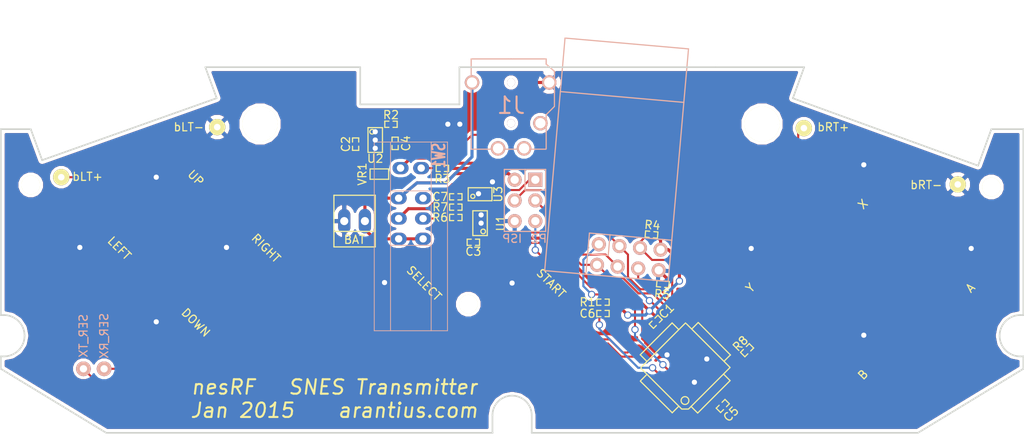
<source format=kicad_pcb>
(kicad_pcb (version 4) (host pcbnew "(2014-10-27 BZR 5228)-product")
  (layers (0 F.Cu signal) (31 B.Cu signal) (34 B.Paste user) (35 F.Paste user) (36 B.SilkS user) (37 F.SilkS user) (38 B.Mask user) (39 F.Mask user) (44 Edge.Cuts user))
  (net 0 "")
  (net 1 /RAW_BATT)
  (net 2 GND)
  (net 3 /VCC)
  (net 4 +5V)
  (net 5 /~RST)
  (net 6 /DIV_BAT_OUT)
  (net 7 /bRT)
  (net 8 /bX)
  (net 9 /bA)
  (net 10 /bB)
  (net 11 /bSELECT)
  (net 12 /SCK)
  (net 13 /bSTART)
  (net 14 /bDOWN)
  (net 15 /bLEFT)
  (net 16 /bLT)
  (net 17 /bUP)
  (net 18 /bRIGHT)
  (net 19 /LED+)
  (net 20 /LED-)
  (net 21 /bY)
  (net 22 /RF_CSN)
  (net 23 /RF_CE)
  (net 24 /MOSI)
  (net 25 /MISO)
  (net 26 /DIV_BAT_IN)
  (net 27 /SW_BATT)
  (net 28 /BAT_UVLO)
  (net 29 /CHRG_PROG)
  (net 30 /LED_LIMITER)
  (net 31 /CHRG_STAT)
  (net 32 /RF_IRQ)
  (net 33 /TX)
  (module nRF_Header_2x04 (layer B.Cu) (at 102.616 48.768 355)
    (fp_text reference P1 hide)
    (fp_text value nRF hide)
    (pad 1 thru_hole circle (at -3.81 -1.27 355) (size 1.7272 1.7272) (drill 1.016) (layers *.Cu *.Mask B.SilkS) (net 32 /RF_IRQ))
    (pad 2 thru_hole oval (at -3.81 1.27 355) (size 1.7272 1.7272) (drill 1.016) (layers *.Cu *.Mask B.SilkS) (net 25 /MISO))
    (pad 3 thru_hole oval (at -1.27 -1.27 355) (size 1.7272 1.7272) (drill 1.016) (layers *.Cu *.Mask B.SilkS) (net 24 /MOSI))
    (pad 4 thru_hole oval (at -1.27 1.27 355) (size 1.7272 1.7272) (drill 1.016) (layers *.Cu *.Mask B.SilkS) (net 12 /SCK))
    (pad 5 thru_hole oval (at 1.27 -1.27 355) (size 1.7272 1.7272) (drill 1.016) (layers *.Cu *.Mask B.SilkS) (net 22 /RF_CSN))
    (pad 6 thru_hole oval (at 1.27 1.27 355) (size 1.7272 1.7272) (drill 1.016) (layers *.Cu *.Mask B.SilkS) (net 23 /RF_CE))
    (pad 7 thru_hole oval (at 3.81 -1.27 355) (size 1.7272 1.7272) (drill 1.016) (layers *.Cu *.Mask B.SilkS) (net 3 /VCC))
    (pad 8 thru_hole oval (at 3.81 1.27 355) (size 1.7272 1.7272) (drill 1.016) (layers *.Cu *.Mask B.SilkS) (net 2 GND))
  )
  (module "nesRF TX:MOUNT_HOLE_80" (layer F.Cu) (at 147.193 40.132)
    (fp_text reference MH5 hide)
    (fp_text value MHole hide)
    (pad "" np_thru_hole circle (at 0 0) (size 2.286 2.286) (drill 2.286) (layers *.Cu F.SilkS))
  )
  (module "nesRF TX:MOUNT_HOLE_170" (layer F.Cu) (at 118.745 32.385)
    (fp_text reference MH4 hide)
    (fp_text value MHole hide)
    (pad "" np_thru_hole circle (at 0.254 0) (size 4.318 4.318) (drill 4.318) (layers *.Cu F.SilkS))
  )
  (module SMD_Packages:SOT-23-5 (layer F.Cu) (at 71.4375 34.3535 270)
    (fp_text reference U2 (at 2.286 0 360) (layer F.SilkS))
    (fp_text value MCP73832 hide)
    (pad 1 smd rect (at -0.9525 1.27 270) (size 0.508 0.762) (layers F.Cu F.Paste F.Mask) (net 31 /CHRG_STAT))
    (pad 3 smd rect (at 0.9525 1.27 270) (size 0.508 0.762) (layers F.Cu F.Paste F.Mask) (net 1 /RAW_BATT))
    (pad 5 smd rect (at -0.9525 -1.27 270) (size 0.508 0.762) (layers F.Cu F.Paste F.Mask) (net 29 /CHRG_PROG))
    (pad 2 smd rect (at 0 1.27 270) (size 0.508 0.762) (layers F.Cu F.Paste F.Mask) (net 2 GND))
    (pad 4 smd rect (at 0.9525 -1.27 270) (size 0.508 0.762) (layers F.Cu F.Paste F.Mask) (net 4 +5V))
  )
  (module SMD_Packages:SOT-23-5 (layer F.Cu) (at 84.328 44.577 90)
    (fp_text reference U1 (at 0 2.54 270) (layer F.SilkS))
    (fp_text value TCR2EF hide)
    (pad 1 smd rect (at -0.9525 1.27 90) (size 0.508 0.762) (layers F.Cu F.Paste F.Mask) (net 27 /SW_BATT))
    (pad 3 smd rect (at 0.9525 1.27 90) (size 0.508 0.762) (layers F.Cu F.Paste F.Mask) (net 28 /BAT_UVLO))
    (pad 5 smd rect (at -0.9525 -1.27 90) (size 0.508 0.762) (layers F.Cu F.Paste F.Mask) (net 3 /VCC))
    (pad 2 smd rect (at 0 1.27 90) (size 0.508 0.762) (layers F.Cu F.Paste F.Mask) (net 2 GND))
    (pad 4 smd rect (at 0.9525 -1.27 90) (size 0.508 0.762) (layers F.Cu F.Paste F.Mask))
  )
  (module "nesRF TX:MOUNT_HOLE_170" (layer F.Cu) (at 57.277 32.385)
    (fp_text reference MH2 hide)
    (fp_text value MHole hide)
    (pad "" np_thru_hole circle (at 0 0) (size 4.318 4.318) (drill 4.318) (layers *.Cu F.SilkS))
  )
  (module "nesRF TX:MOUNT_HOLE_80" (layer F.Cu) (at 28.829 40.132)
    (fp_text reference MH1 hide)
    (fp_text value MHole hide)
    (pad "" np_thru_hole circle (at 0.254 -0.254) (size 2.286 2.286) (drill 2.286) (layers *.Cu F.SilkS))
  )
  (module "nesRF TX:MOUNT_HOLE_80" (layer F.Cu) (at 82.423 54.737)
    (fp_text reference MH3 hide)
    (fp_text value MHole hide)
    (pad "" np_thru_hole circle (at 0.4572 -0.2032) (size 2.286 2.286) (drill 2.286) (layers *.Cu F.SilkS))
  )
  (module SMD_Packages:TQFP-32 (layer F.Cu) (at 109.5375 62.357 135)
    (fp_text reference IC1 hide)
    (fp_text value ATMEGA328-A hide)
    (pad 8 smd rect (at -4.81584 2.77622 135) (size 1.99898 0.44958) (layers F.Cu F.Paste F.Mask) (net 7 /bRT))
    (pad 7 smd rect (at -4.81584 1.97612 135) (size 1.99898 0.44958) (layers F.Cu F.Paste F.Mask) (net 8 /bX))
    (pad 6 smd rect (at -4.81584 1.17602 135) (size 1.99898 0.44958) (layers F.Cu F.Paste F.Mask) (net 3 /VCC))
    (pad 5 smd rect (at -4.81584 0.37592 135) (size 1.99898 0.44958) (layers F.Cu F.Paste F.Mask) (net 2 GND))
    (pad 4 smd rect (at -4.81584 -0.42418 135) (size 1.99898 0.44958) (layers F.Cu F.Paste F.Mask) (net 3 /VCC))
    (pad 3 smd rect (at -4.81584 -1.22428 135) (size 1.99898 0.44958) (layers F.Cu F.Paste F.Mask) (net 2 GND))
    (pad 2 smd rect (at -4.81584 -2.02438 135) (size 1.99898 0.44958) (layers F.Cu F.Paste F.Mask) (net 9 /bA))
    (pad 1 smd rect (at -4.81584 -2.82448 135) (size 1.99898 0.44958) (layers F.Cu F.Paste F.Mask) (net 10 /bB))
    (pad 24 smd rect (at 4.7498 -2.8194 135) (size 1.99898 0.44958) (layers F.Cu F.Paste F.Mask) (net 11 /bSELECT))
    (pad 17 smd rect (at 4.7498 2.794 135) (size 1.99898 0.44958) (layers F.Cu F.Paste F.Mask) (net 12 /SCK))
    (pad 18 smd rect (at 4.7498 1.9812 135) (size 1.99898 0.44958) (layers F.Cu F.Paste F.Mask) (net 3 /VCC))
    (pad 19 smd rect (at 4.7498 1.1684 135) (size 1.99898 0.44958) (layers F.Cu F.Paste F.Mask))
    (pad 20 smd rect (at 4.7498 0.381 135) (size 1.99898 0.44958) (layers F.Cu F.Paste F.Mask))
    (pad 21 smd rect (at 4.7498 -0.4318 135) (size 1.99898 0.44958) (layers F.Cu F.Paste F.Mask) (net 2 GND))
    (pad 22 smd rect (at 4.7498 -1.2192 135) (size 1.99898 0.44958) (layers F.Cu F.Paste F.Mask) (net 6 /DIV_BAT_OUT))
    (pad 23 smd rect (at 4.7498 -2.032 135) (size 1.99898 0.44958) (layers F.Cu F.Paste F.Mask) (net 13 /bSTART))
    (pad 32 smd rect (at -2.82448 -4.826 135) (size 0.44958 1.99898) (layers F.Cu F.Paste F.Mask) (net 32 /RF_IRQ))
    (pad 31 smd rect (at -2.02692 -4.826 135) (size 0.44958 1.99898) (layers F.Cu F.Paste F.Mask) (net 33 /TX))
    (pad 30 smd rect (at -1.22428 -4.826 135) (size 0.44958 1.99898) (layers F.Cu F.Paste F.Mask) (net 14 /bDOWN))
    (pad 29 smd rect (at -0.42672 -4.826 135) (size 0.44958 1.99898) (layers F.Cu F.Paste F.Mask) (net 5 /~RST))
    (pad 28 smd rect (at 0.37592 -4.826 135) (size 0.44958 1.99898) (layers F.Cu F.Paste F.Mask) (net 15 /bLEFT))
    (pad 27 smd rect (at 1.17348 -4.826 135) (size 0.44958 1.99898) (layers F.Cu F.Paste F.Mask) (net 16 /bLT))
    (pad 26 smd rect (at 1.97612 -4.826 135) (size 0.44958 1.99898) (layers F.Cu F.Paste F.Mask) (net 17 /bUP))
    (pad 25 smd rect (at 2.77368 -4.826 135) (size 0.44958 1.99898) (layers F.Cu F.Paste F.Mask) (net 18 /bRIGHT))
    (pad 9 smd rect (at -2.8194 4.7752 135) (size 0.44958 1.99898) (layers F.Cu F.Paste F.Mask) (net 31 /CHRG_STAT))
    (pad 10 smd rect (at -2.032 4.7752 135) (size 0.44958 1.99898) (layers F.Cu F.Paste F.Mask) (net 19 /LED+))
    (pad 11 smd rect (at -1.2192 4.7752 135) (size 0.44958 1.99898) (layers F.Cu F.Paste F.Mask) (net 20 /LED-))
    (pad 12 smd rect (at -0.4318 4.7752 135) (size 0.44958 1.99898) (layers F.Cu F.Paste F.Mask) (net 21 /bY))
    (pad 13 smd rect (at 0.3556 4.7752 135) (size 0.44958 1.99898) (layers F.Cu F.Paste F.Mask) (net 22 /RF_CSN))
    (pad 14 smd rect (at 1.1684 4.7752 135) (size 0.44958 1.99898) (layers F.Cu F.Paste F.Mask) (net 23 /RF_CE))
    (pad 15 smd rect (at 1.9812 4.7752 135) (size 0.44958 1.99898) (layers F.Cu F.Paste F.Mask) (net 24 /MOSI))
    (pad 16 smd rect (at 2.794 4.7752 135) (size 0.44958 1.99898) (layers F.Cu F.Paste F.Mask) (net 25 /MISO))
  )
  (module Pin_Headers:Pin_Header_Straight_2x03 (layer B.Cu) (at 89.8525 41.783 270)
    (fp_text reference P2 (at 4.699 -1.7145 360) (layer B.SilkS) (effects (justify mirror)))
    (fp_text value ISP (at 4.699 1.5875 360) (layer B.SilkS) (effects (justify mirror)))
    (pad 1 thru_hole rect (at -2.54 -1.27 270) (size 1.7272 1.7272) (drill 1.016) (layers *.Cu *.Mask B.SilkS) (net 25 /MISO))
    (pad 2 thru_hole oval (at -2.54 1.27 270) (size 1.7272 1.7272) (drill 1.016) (layers *.Cu *.Mask B.SilkS) (net 4 +5V))
    (pad 3 thru_hole oval (at 0 -1.27 270) (size 1.7272 1.7272) (drill 1.016) (layers *.Cu *.Mask B.SilkS) (net 12 /SCK))
    (pad 4 thru_hole oval (at 0 1.27 270) (size 1.7272 1.7272) (drill 1.016) (layers *.Cu *.Mask B.SilkS) (net 24 /MOSI))
    (pad 5 thru_hole oval (at 2.54 -1.27 270) (size 1.7272 1.7272) (drill 1.016) (layers *.Cu *.Mask B.SilkS) (net 5 /~RST))
    (pad 6 thru_hole oval (at 2.54 1.27 270) (size 1.7272 1.7272) (drill 1.016) (layers *.Cu *.Mask B.SilkS) (net 2 GND))
  )
  (module Connect:PINHEAD1-2 (layer F.Cu) (at 68.8975 44.323 180)
    (fp_text reference BAT1 hide)
    (fp_text value BAT (at 0 -2.286 180) (layer F.SilkS))
    (pad 1 thru_hole oval (at -1.27 0 180) (size 1.50622 3.01498) (drill 0.99822) (layers *.Cu *.Mask) (net 1 /RAW_BATT))
    (pad 2 thru_hole oval (at 1.27 0 180) (size 1.50622 3.01498) (drill 0.99822) (layers *.Cu *.Mask) (net 2 GND))
  )
  (module SMD_Packages:SMD-0402_c (layer F.Cu) (at 105.918 56.7055 225)
    (fp_text reference C1 (at -1.863 -0.023 225) (layer F.SilkS))
    (fp_text value 0.1u hide)
    (pad 1 smd rect (at -0.44958 0 225) (size 0.39878 0.59944) (layers F.Cu F.Paste F.Mask) (net 3 /VCC))
    (pad 2 smd rect (at 0.44958 0 225) (size 0.39878 0.59944) (layers F.Cu F.Paste F.Mask) (net 2 GND))
  )
  (module SMD_Packages:SMD-0402_c (layer F.Cu) (at 69.0245 34.8615 90)
    (fp_text reference C2 (at 0 -1.2065 90) (layer F.SilkS))
    (fp_text value 4.7u hide)
    (pad 1 smd rect (at -0.44958 0 90) (size 0.39878 0.59944) (layers F.Cu F.Paste F.Mask) (net 1 /RAW_BATT))
    (pad 2 smd rect (at 0.44958 0 90) (size 0.39878 0.59944) (layers F.Cu F.Paste F.Mask) (net 2 GND))
  )
  (module SMD_Packages:SMD-0402_c (layer F.Cu) (at 83.5025 46.9265)
    (fp_text reference C3 (at 0 1.143) (layer F.SilkS))
    (fp_text value 1u hide)
    (pad 1 smd rect (at -0.44958 0) (size 0.39878 0.59944) (layers F.Cu F.Paste F.Mask) (net 3 /VCC))
    (pad 2 smd rect (at 0.44958 0) (size 0.39878 0.59944) (layers F.Cu F.Paste F.Mask) (net 2 GND))
  )
  (module SMD_Packages:SMD-0402_c (layer F.Cu) (at 73.88225 34.76625 90)
    (fp_text reference C4 (at 0 1.3335 90) (layer F.SilkS))
    (fp_text value 4.7u hide)
    (pad 1 smd rect (at -0.44958 0 90) (size 0.39878 0.59944) (layers F.Cu F.Paste F.Mask) (net 4 +5V))
    (pad 2 smd rect (at 0.44958 0 90) (size 0.39878 0.59944) (layers F.Cu F.Paste F.Mask) (net 2 GND))
  )
  (module SMD_Packages:SMD-0402_r (layer F.Cu) (at 99.441 54.2925)
    (fp_text reference R1 (at -1.905 0 180) (layer F.SilkS))
    (fp_text value 10k hide)
    (pad 1 smd rect (at -0.44958 0) (size 0.39878 0.59944) (layers F.Cu F.Paste F.Mask) (net 5 /~RST))
    (pad 2 smd rect (at 0.44958 0) (size 0.39878 0.59944) (layers F.Cu F.Paste F.Mask) (net 3 /VCC))
  )
  (module SMD_Packages:SMD-0402_r (layer F.Cu) (at 73.37425 32.41675 180)
    (fp_text reference R2 (at 0 1.143 360) (layer F.SilkS))
    (fp_text value 19.1k hide)
    (pad 1 smd rect (at -0.44958 0 180) (size 0.39878 0.59944) (layers F.Cu F.Paste F.Mask) (net 2 GND))
    (pad 2 smd rect (at 0.44958 0 180) (size 0.39878 0.59944) (layers F.Cu F.Paste F.Mask) (net 29 /CHRG_PROG))
  )
  (module SMD_Packages:SMD-0402_r (layer F.Cu) (at 79.6925 37.846)
    (fp_text reference R3 (at 0 1.27) (layer F.SilkS))
    (fp_text value 180 hide)
    (pad 1 smd rect (at -0.44958 0) (size 0.39878 0.59944) (layers F.Cu F.Paste F.Mask) (net 30 /LED_LIMITER))
    (pad 2 smd rect (at 0.44958 0) (size 0.39878 0.59944) (layers F.Cu F.Paste F.Mask) (net 20 /LED-))
  )
  (module SMD_Packages:SMD-0402_r (layer F.Cu) (at 105.41 45.974 175)
    (fp_text reference R4 (at 0 1.143 175) (layer F.SilkS))
    (fp_text value 10k hide)
    (pad 1 smd rect (at -0.44958 0 175) (size 0.39878 0.59944) (layers F.Cu F.Paste F.Mask) (net 3 /VCC))
    (pad 2 smd rect (at 0.44958 0 175) (size 0.39878 0.59944) (layers F.Cu F.Paste F.Mask) (net 22 /RF_CSN))
  )
  (module SMD_Packages:SMD-0402_c (layer F.Cu) (at 114.173 67.056 45)
    (fp_text reference C5 (at 0 1.436841 45) (layer F.SilkS))
    (fp_text value 0.1u hide)
    (pad 1 smd rect (at -0.44958 0 45) (size 0.39878 0.59944) (layers F.Cu F.Paste F.Mask) (net 3 /VCC))
    (pad 2 smd rect (at 0.44958 0 45) (size 0.39878 0.59944) (layers F.Cu F.Paste F.Mask) (net 2 GND))
  )
  (module SMD_Packages:SMD-0402_c (layer F.Cu) (at 99.441 55.6895 180)
    (fp_text reference C6 (at 1.905 0 180) (layer F.SilkS))
    (fp_text value 0.1u hide)
    (pad 1 smd rect (at -0.44958 0 180) (size 0.39878 0.59944) (layers F.Cu F.Paste F.Mask) (net 2 GND))
    (pad 2 smd rect (at 0.44958 0 180) (size 0.39878 0.59944) (layers F.Cu F.Paste F.Mask) (net 5 /~RST))
  )
  (module SMD_Packages:SMD-0402_r (layer F.Cu) (at 106.807 52.07 355)
    (fp_text reference R5 (at 0 1.27 355) (layer F.SilkS))
    (fp_text value 10k hide)
    (pad 1 smd rect (at -0.44958 0 355) (size 0.39878 0.59944) (layers F.Cu F.Paste F.Mask) (net 23 /RF_CE))
    (pad 2 smd rect (at 0.44958 0 355) (size 0.39878 0.59944) (layers F.Cu F.Paste F.Mask) (net 2 GND))
  )
  (module SMD_Packages:SMD-0402_r (layer F.Cu) (at 81.3435 43.8785 180)
    (fp_text reference R6 (at 1.93675 0 180) (layer F.SilkS))
    (fp_text value 300k hide)
    (pad 1 smd rect (at -0.44958 0 180) (size 0.39878 0.59944) (layers F.Cu F.Paste F.Mask) (net 6 /DIV_BAT_OUT))
    (pad 2 smd rect (at 0.44958 0 180) (size 0.39878 0.59944) (layers F.Cu F.Paste F.Mask) (net 26 /DIV_BAT_IN))
  )
  (module SMD_Packages:SMD-0402_r (layer F.Cu) (at 81.3435 42.6085)
    (fp_text reference R7 (at -1.905 0) (layer F.SilkS))
    (fp_text value 100k hide)
    (pad 1 smd rect (at -0.44958 0) (size 0.39878 0.59944) (layers F.Cu F.Paste F.Mask) (net 2 GND))
    (pad 2 smd rect (at 0.44958 0) (size 0.39878 0.59944) (layers F.Cu F.Paste F.Mask) (net 6 /DIV_BAT_OUT))
  )
  (module "nesRF TX:SSOP-3" (layer F.Cu) (at 84.328 41.021)
    (fp_text reference U3 (at 2.2225 0 90) (layer F.SilkS))
    (fp_text value BD49 hide)
    (pad 1 smd rect (at -0.95 1.175) (size 0.4 0.45) (layers F.Cu F.Paste F.Mask) (net 2 GND))
    (pad 2 smd rect (at 0.95 1.175) (size 0.4 0.45) (layers F.Cu F.Paste F.Mask) (net 28 /BAT_UVLO))
    (pad 3 smd rect (at 0 -1.175) (size 0.4 0.45) (layers F.Cu F.Paste F.Mask) (net 27 /SW_BATT))
  )
  (module SMD_Packages:SMD-0402_c (layer F.Cu) (at 81.3435 41.3385)
    (fp_text reference C7 (at -1.905 0) (layer F.SilkS))
    (fp_text value 0.1u hide)
    (pad 1 smd rect (at -0.44958 0) (size 0.39878 0.59944) (layers F.Cu F.Paste F.Mask) (net 2 GND))
    (pad 2 smd rect (at 0.44958 0) (size 0.39878 0.59944) (layers F.Cu F.Paste F.Mask) (net 6 /DIV_BAT_OUT))
  )
  (module SMD_Packages:SMD-0603 (layer F.Cu) (at 71.9455 38.5445 180)
    (fp_text reference VR1 (at 2.0955 0 270) (layer F.SilkS))
    (fp_text value VR hide)
    (pad 1 smd rect (at -0.762 0 180) (size 0.635 1.143) (layers F.Cu F.Paste F.Mask) (net 4 +5V))
    (pad 2 smd rect (at 0.762 0 180) (size 0.635 1.143) (layers F.Cu F.Paste F.Mask) (net 2 GND))
  )
  (module "nesRF TX:Carbon_Switch_PCB_Pad" (layer F.Cu) (at 46.99 41.402 225)
    (fp_text reference SW2 hide)
    (fp_text value UP (at -3.3655 0 315) (layer F.SilkS))
    (pad 2 smd rect (at 0 2.286 225) (size 4.572 0.508) (layers F.Cu F.Mask) (net 2 GND))
    (pad 1 smd rect (at 0 -2.286 225) (size 4.572 0.508) (layers F.Cu F.Mask) (net 17 /bUP))
    (pad 2 smd rect (at -2.032 0.508 225) (size 0.508 4.064) (layers F.Cu F.Mask) (net 2 GND))
    (pad 1 smd rect (at -1.016 -0.508 225) (size 0.508 4.064) (layers F.Cu F.Mask) (net 17 /bUP))
    (pad 2 smd rect (at 0 0.508 225) (size 0.508 4.064) (layers F.Cu F.Mask) (net 2 GND))
    (pad 1 smd rect (at 1.016 -0.508 225) (size 0.508 4.064) (layers F.Cu F.Mask) (net 17 /bUP))
    (pad 2 smd rect (at 2.032 0.508 225) (size 0.508 4.064) (layers F.Cu F.Mask) (net 2 GND))
  )
  (module "nesRF TX:Carbon_Switch_PCB_Pad" (layer F.Cu) (at 115.189 50.165 135)
    (fp_text reference SW11 hide)
    (fp_text value Y (at -3.3655 0 225) (layer F.SilkS))
    (pad 2 smd rect (at 0 2.286 135) (size 4.572 0.508) (layers F.Cu F.Mask) (net 2 GND))
    (pad 1 smd rect (at 0 -2.286 135) (size 4.572 0.508) (layers F.Cu F.Mask) (net 21 /bY))
    (pad 2 smd rect (at -2.032 0.508 135) (size 0.508 4.064) (layers F.Cu F.Mask) (net 2 GND))
    (pad 1 smd rect (at -1.016 -0.508 135) (size 0.508 4.064) (layers F.Cu F.Mask) (net 21 /bY))
    (pad 2 smd rect (at 0 0.508 135) (size 0.508 4.064) (layers F.Cu F.Mask) (net 2 GND))
    (pad 1 smd rect (at 1.016 -0.508 135) (size 0.508 4.064) (layers F.Cu F.Mask) (net 21 /bY))
    (pad 2 smd rect (at 2.032 0.508 135) (size 0.508 4.064) (layers F.Cu F.Mask) (net 2 GND))
  )
  (module "nesRF TX:Carbon_Switch_PCB_Pad" (layer F.Cu) (at 129.032 39.878 135)
    (fp_text reference SW10 hide)
    (fp_text value X (at -3.3655 0 225) (layer F.SilkS))
    (pad 2 smd rect (at 0 2.286 135) (size 4.572 0.508) (layers F.Cu F.Mask) (net 2 GND))
    (pad 1 smd rect (at 0 -2.286 135) (size 4.572 0.508) (layers F.Cu F.Mask) (net 8 /bX))
    (pad 2 smd rect (at -2.032 0.508 135) (size 0.508 4.064) (layers F.Cu F.Mask) (net 2 GND))
    (pad 1 smd rect (at -1.016 -0.508 135) (size 0.508 4.064) (layers F.Cu F.Mask) (net 8 /bX))
    (pad 2 smd rect (at 0 0.508 135) (size 0.508 4.064) (layers F.Cu F.Mask) (net 2 GND))
    (pad 1 smd rect (at 1.016 -0.508 135) (size 0.508 4.064) (layers F.Cu F.Mask) (net 8 /bX))
    (pad 2 smd rect (at 2.032 0.508 135) (size 0.508 4.064) (layers F.Cu F.Mask) (net 2 GND))
  )
  (module "nesRF TX:Carbon_Switch_PCB_Pad" (layer F.Cu) (at 90.678 54.356 225)
    (fp_text reference SW6 hide)
    (fp_text value START (at -3.3655 0 315) (layer F.SilkS))
    (pad 2 smd rect (at 0 2.286 225) (size 4.572 0.508) (layers F.Cu F.Mask) (net 2 GND))
    (pad 1 smd rect (at 0 -2.286 225) (size 4.572 0.508) (layers F.Cu F.Mask) (net 13 /bSTART))
    (pad 2 smd rect (at -2.032 0.508 225) (size 0.508 4.064) (layers F.Cu F.Mask) (net 2 GND))
    (pad 1 smd rect (at -1.016 -0.508 225) (size 0.508 4.064) (layers F.Cu F.Mask) (net 13 /bSTART))
    (pad 2 smd rect (at 0 0.508 225) (size 0.508 4.064) (layers F.Cu F.Mask) (net 2 GND))
    (pad 1 smd rect (at 1.016 -0.508 225) (size 0.508 4.064) (layers F.Cu F.Mask) (net 13 /bSTART))
    (pad 2 smd rect (at 2.032 0.508 225) (size 0.508 4.064) (layers F.Cu F.Mask) (net 2 GND))
  )
  (module "nesRF TX:Carbon_Switch_PCB_Pad" (layer F.Cu) (at 75.057 54.356 225)
    (fp_text reference SW7 hide)
    (fp_text value SELECT (at -3.3655 0 315) (layer F.SilkS))
    (pad 2 smd rect (at 0 2.286 225) (size 4.572 0.508) (layers F.Cu F.Mask) (net 2 GND))
    (pad 1 smd rect (at 0 -2.286 225) (size 4.572 0.508) (layers F.Cu F.Mask) (net 11 /bSELECT))
    (pad 2 smd rect (at -2.032 0.508 225) (size 0.508 4.064) (layers F.Cu F.Mask) (net 2 GND))
    (pad 1 smd rect (at -1.016 -0.508 225) (size 0.508 4.064) (layers F.Cu F.Mask) (net 11 /bSELECT))
    (pad 2 smd rect (at 0 0.508 225) (size 0.508 4.064) (layers F.Cu F.Mask) (net 2 GND))
    (pad 1 smd rect (at 1.016 -0.508 225) (size 0.508 4.064) (layers F.Cu F.Mask) (net 11 /bSELECT))
    (pad 2 smd rect (at 2.032 0.508 225) (size 0.508 4.064) (layers F.Cu F.Mask) (net 2 GND))
  )
  (module "nesRF TX:Carbon_Switch_PCB_Pad" (layer F.Cu) (at 55.626 50.038 225)
    (fp_text reference SW5 hide)
    (fp_text value RIGHT (at -3.3655 0 315) (layer F.SilkS))
    (pad 2 smd rect (at 0 2.286 225) (size 4.572 0.508) (layers F.Cu F.Mask) (net 2 GND))
    (pad 1 smd rect (at 0 -2.286 225) (size 4.572 0.508) (layers F.Cu F.Mask) (net 18 /bRIGHT))
    (pad 2 smd rect (at -2.032 0.508 225) (size 0.508 4.064) (layers F.Cu F.Mask) (net 2 GND))
    (pad 1 smd rect (at -1.016 -0.508 225) (size 0.508 4.064) (layers F.Cu F.Mask) (net 18 /bRIGHT))
    (pad 2 smd rect (at 0 0.508 225) (size 0.508 4.064) (layers F.Cu F.Mask) (net 2 GND))
    (pad 1 smd rect (at 1.016 -0.508 225) (size 0.508 4.064) (layers F.Cu F.Mask) (net 18 /bRIGHT))
    (pad 2 smd rect (at 2.032 0.508 225) (size 0.508 4.064) (layers F.Cu F.Mask) (net 2 GND))
  )
  (module "nesRF TX:Carbon_Switch_PCB_Pad" (layer F.Cu) (at 37.592 50.038 225)
    (fp_text reference SW4 hide)
    (fp_text value LEFT (at -3.3655 0 315) (layer F.SilkS))
    (pad 2 smd rect (at 0 2.286 225) (size 4.572 0.508) (layers F.Cu F.Mask) (net 2 GND))
    (pad 1 smd rect (at 0 -2.286 225) (size 4.572 0.508) (layers F.Cu F.Mask) (net 15 /bLEFT))
    (pad 2 smd rect (at -2.032 0.508 225) (size 0.508 4.064) (layers F.Cu F.Mask) (net 2 GND))
    (pad 1 smd rect (at -1.016 -0.508 225) (size 0.508 4.064) (layers F.Cu F.Mask) (net 15 /bLEFT))
    (pad 2 smd rect (at 0 0.508 225) (size 0.508 4.064) (layers F.Cu F.Mask) (net 2 GND))
    (pad 1 smd rect (at 1.016 -0.508 225) (size 0.508 4.064) (layers F.Cu F.Mask) (net 15 /bLEFT))
    (pad 2 smd rect (at 2.032 0.508 225) (size 0.508 4.064) (layers F.Cu F.Mask) (net 2 GND))
  )
  (module "nesRF TX:Carbon_Switch_PCB_Pad" (layer F.Cu) (at 46.99 59.182 225)
    (fp_text reference SW3 hide)
    (fp_text value DOWN (at -3.3655 0 315) (layer F.SilkS))
    (pad 2 smd rect (at 0 2.286 225) (size 4.572 0.508) (layers F.Cu F.Mask) (net 2 GND))
    (pad 1 smd rect (at 0 -2.286 225) (size 4.572 0.508) (layers F.Cu F.Mask) (net 14 /bDOWN))
    (pad 2 smd rect (at -2.032 0.508 225) (size 0.508 4.064) (layers F.Cu F.Mask) (net 2 GND))
    (pad 1 smd rect (at -1.016 -0.508 225) (size 0.508 4.064) (layers F.Cu F.Mask) (net 14 /bDOWN))
    (pad 2 smd rect (at 0 0.508 225) (size 0.508 4.064) (layers F.Cu F.Mask) (net 2 GND))
    (pad 1 smd rect (at 1.016 -0.508 225) (size 0.508 4.064) (layers F.Cu F.Mask) (net 14 /bDOWN))
    (pad 2 smd rect (at 2.032 0.508 225) (size 0.508 4.064) (layers F.Cu F.Mask) (net 2 GND))
  )
  (module "nesRF TX:Carbon_Switch_PCB_Pad" (layer F.Cu) (at 129.032 60.833 135)
    (fp_text reference SW9 hide)
    (fp_text value B (at -3.3655 0 225) (layer F.SilkS))
    (pad 2 smd rect (at 0 2.286 135) (size 4.572 0.508) (layers F.Cu F.Mask) (net 2 GND))
    (pad 1 smd rect (at 0 -2.286 135) (size 4.572 0.508) (layers F.Cu F.Mask) (net 10 /bB))
    (pad 2 smd rect (at -2.032 0.508 135) (size 0.508 4.064) (layers F.Cu F.Mask) (net 2 GND))
    (pad 1 smd rect (at -1.016 -0.508 135) (size 0.508 4.064) (layers F.Cu F.Mask) (net 10 /bB))
    (pad 2 smd rect (at 0 0.508 135) (size 0.508 4.064) (layers F.Cu F.Mask) (net 2 GND))
    (pad 1 smd rect (at 1.016 -0.508 135) (size 0.508 4.064) (layers F.Cu F.Mask) (net 10 /bB))
    (pad 2 smd rect (at 2.032 0.508 135) (size 0.508 4.064) (layers F.Cu F.Mask) (net 2 GND))
  )
  (module "nesRF TX:Carbon_Switch_PCB_Pad" (layer F.Cu) (at 142.24 50.165 135)
    (fp_text reference SW8 hide)
    (fp_text value A (at -3.3655 0 225) (layer F.SilkS))
    (pad 2 smd rect (at 0 2.286 135) (size 4.572 0.508) (layers F.Cu F.Mask) (net 2 GND))
    (pad 1 smd rect (at 0 -2.286 135) (size 4.572 0.508) (layers F.Cu F.Mask) (net 9 /bA))
    (pad 2 smd rect (at -2.032 0.508 135) (size 0.508 4.064) (layers F.Cu F.Mask) (net 2 GND))
    (pad 1 smd rect (at -1.016 -0.508 135) (size 0.508 4.064) (layers F.Cu F.Mask) (net 9 /bA))
    (pad 2 smd rect (at 0 0.508 135) (size 0.508 4.064) (layers F.Cu F.Mask) (net 2 GND))
    (pad 1 smd rect (at 1.016 -0.508 135) (size 0.508 4.064) (layers F.Cu F.Mask) (net 9 /bA))
    (pad 2 smd rect (at 2.032 0.508 135) (size 0.508 4.064) (layers F.Cu F.Mask) (net 2 GND))
  )
  (module SMD_Packages:SMD-0402_r (layer F.Cu) (at 117.1575 60.198 45)
    (fp_text reference R8 (at 0 -1.146501 45) (layer F.SilkS))
    (fp_text value 10k hide)
    (pad 1 smd rect (at -0.44958 0 45) (size 0.39878 0.59944) (layers F.Cu F.Paste F.Mask) (net 3 /VCC))
    (pad 2 smd rect (at 0.44958 0 45) (size 0.39878 0.59944) (layers F.Cu F.Paste F.Mask) (net 31 /CHRG_STAT))
  )
  (module "nesRF TX:Eswitch_WBL_2U" (layer B.Cu) (at 75.819 44.0055 180)
    (fp_text reference SW1 (at -3.429 7.747 270) (layer B.SilkS) (effects (font (size 1.524 1.00076) (thickness 0.24892)) (justify mirror)))
    (fp_text value ESwitch_WBL2U hide)
    (pad 1 thru_hole oval (at 1.50114 2.49936 90) (size 1.50114 1.9812) (drill 0.90932) (layers *.Cu *.Mask) (net 4 +5V))
    (pad 4 thru_hole oval (at -1.50114 2.49936 90) (size 1.50114 1.9812) (drill 0.90932) (layers *.Cu *.Mask))
    (pad 5 thru_hole oval (at -1.50114 0 90) (size 1.50114 1.9812) (drill 0.90932) (layers *.Cu *.Mask) (net 26 /DIV_BAT_IN))
    (pad 2 thru_hole oval (at 1.50114 0 90) (size 1.50114 1.9812) (drill 0.90932) (layers *.Cu *.Mask) (net 27 /SW_BATT))
    (pad 6 thru_hole oval (at -1.50114 -2.49936 90) (size 1.50114 1.9812) (drill 0.90932) (layers *.Cu *.Mask) (net 1 /RAW_BATT))
    (pad 3 thru_hole oval (at 1.50114 -2.49936 90) (size 1.50114 1.9812) (drill 0.90932) (layers *.Cu *.Mask) (net 1 /RAW_BATT))
    (pad + thru_hole oval (at 1.27 6.20014 90) (size 1.50114 1.9812) (drill 0.90932) (layers *.Cu *.Mask) (net 19 /LED+))
    (pad - thru_hole oval (at -1.27 6.20014 90) (size 1.50114 1.9812) (drill 0.90932) (layers *.Cu *.Mask) (net 30 /LED_LIMITER))
  )
  (module Wire_Pads:SolderWirePad_single_0-8mmDrill (layer F.Cu) (at 32.8295 38.9255)
    (fp_text reference P3 hide)
    (fp_text value bLT+ (at 3.2385 -0.0635) (layer F.SilkS))
    (pad 1 thru_hole circle (at 0 0) (size 1.99898 1.99898) (drill 0.8001) (layers *.Cu *.Mask F.SilkS) (net 16 /bLT))
  )
  (module Wire_Pads:SolderWirePad_single_0-8mmDrill (layer F.Cu) (at 52.0065 32.766)
    (fp_text reference P4 hide)
    (fp_text value bLT- (at -3.4925 0) (layer F.SilkS))
    (pad 1 thru_hole circle (at 0 0) (size 1.99898 1.99898) (drill 0.8001) (layers *.Cu *.Mask F.SilkS) (net 2 GND))
  )
  (module Wire_Pads:SolderWirePad_single_0-8mmDrill (layer F.Cu) (at 124.1425 32.893)
    (fp_text reference P5 hide)
    (fp_text value bRT+ (at 3.6195 -0.127) (layer F.SilkS))
    (pad 1 thru_hole circle (at 0 0) (size 1.99898 1.99898) (drill 0.8001) (layers *.Cu *.Mask F.SilkS) (net 7 /bRT))
  )
  (module Wire_Pads:SolderWirePad_single_0-8mmDrill (layer F.Cu) (at 143.0655 39.8145)
    (fp_text reference P6 hide)
    (fp_text value bRT- (at -3.8735 0.0635) (layer F.SilkS))
    (pad 1 thru_hole circle (at 0 0) (size 1.99898 1.99898) (drill 0.8001) (layers *.Cu *.Mask F.SilkS) (net 2 GND))
  )
  (module Wire_Pads:SolderWirePad_single_0-8mmDrill (layer B.Cu) (at 38.1 62.484)
    (fp_text reference P7 hide)
    (fp_text value SER_RX (at 0 -4.064 270) (layer B.SilkS) (effects (justify mirror)))
    (pad 1 thru_hole circle (at 0 0) (size 1.8 1.8) (drill 0.9) (layers *.Cu *.Mask B.SilkS) (net 14 /bDOWN))
  )
  (module Wire_Pads:SolderWirePad_single_0-8mmDrill (layer B.Cu) (at 35.56 62.484)
    (fp_text reference P8 hide)
    (fp_text value SER_TX (at 0 -4.064 270) (layer B.SilkS) (effects (justify mirror)))
    (pad 1 thru_hole circle (at 0 0) (size 1.8 1.8) (drill 0.9) (layers *.Cu *.Mask B.SilkS) (net 33 /TX))
  )
  (module "nesRF TX:SJ-4351x" (layer B.Cu) (at 88.138 24.384 270)
    (fp_text reference J1 (at 5.715 0 540) (layer B.SilkS) (effects (font (size 2.032 2.032) (thickness 0.254)) (justify mirror)))
    (fp_text value POWER_JACK hide)
    (pad 1 thru_hole circle (at 2.8956 4.8006 270) (size 1.778 1.778) (drill 1.27) (layers *.Cu *.Mask B.SilkS) (net 4 +5V))
    (pad 4 thru_hole circle (at 2.8956 -4.699 270) (size 1.778 1.778) (drill 1.27) (layers *.Cu *.Mask B.SilkS) (net 2 GND))
    (pad 3 thru_hole circle (at 10.9982 1.6002 270) (size 1.778 1.778) (drill 1.27) (layers *.Cu *.Mask B.SilkS))
    (pad 5 thru_hole circle (at 10.9982 -1.6002 270) (size 1.778 1.778) (drill 1.27) (layers *.Cu *.Mask B.SilkS))
    (pad 2 thru_hole circle (at 7.8994 -3.6068 270) (size 1.778 1.778) (drill 1.27) (layers *.Cu *.Mask B.SilkS))
    (pad "" thru_hole circle (at 2.8956 0 270) (size 0.9906 0.9906) (drill 0.9906) (layers *.Cu *.Mask B.SilkS))
    (pad "" thru_hole circle (at 7.8994 0 270) (size 0.9906 0.9906) (drill 0.9906) (layers *.Cu *.Mask B.SilkS))
  )
  (gr_line (start 81.788 25.4) (end 113.284 25.4) (angle 90) (layer Edge.Cuts) (width 0.2))
  (gr_line (start 69.596 25.4) (end 50.546 25.4) (angle 90) (layer Edge.Cuts) (width 0.2))
  (gr_line (start 81.788 29.972) (end 81.788 25.4) (angle 90) (layer Edge.Cuts) (width 0.2))
  (gr_line (start 69.596 29.972) (end 81.788 29.972) (angle 90) (layer Edge.Cuts) (width 0.2))
  (gr_line (start 69.596 25.4) (end 69.596 29.972) (angle 90) (layer Edge.Cuts) (width 0.2))
  (gr_text "nesRF   SNES Transmitter\nJan 2015    arantius.com" (at 66.421 66.167) (layer F.SilkS) (effects (font (size 1.778 1.778) (thickness 0.254) italic)))
  (gr_line (start 25.4 33.02) (end 29.083 33.02) (angle 90) (layer Edge.Cuts) (width 0.2))
  (gr_line (start 25.4 55.88) (end 25.4 33.02) (angle 90) (layer Edge.Cuts) (width 0.2))
  (gr_line (start 25.4 55.88) (end 25.781 55.88) (angle 90) (layer Edge.Cuts) (width 0.2))
  (gr_line (start 25.4 60.96) (end 25.781 60.96) (angle 90) (layer Edge.Cuts) (width 0.2))
  (gr_line (start 25.4 62.484) (end 25.4 60.96) (angle 90) (layer Edge.Cuts) (width 0.2))
  (gr_line (start 25.4 62.484) (end 38.354 70.358) (angle 90) (layer Edge.Cuts) (width 0.2))
  (gr_line (start 29.083 33.02) (end 30.48 36.83) (angle 90) (layer Edge.Cuts) (width 0.2))
  (gr_line (start 30.48 36.83) (end 51.943 29.21) (angle 90) (layer Edge.Cuts) (width 0.2))
  (gr_line (start 38.354 70.358) (end 85.852 70.358) (angle 90) (layer Edge.Cuts) (width 0.2))
  (gr_line (start 51.943 29.21) (end 50.546 25.4) (angle 90) (layer Edge.Cuts) (width 0.2))
  (gr_line (start 85.852 70.358) (end 85.852 68.199) (angle 90) (layer Edge.Cuts) (width 0.2))
  (gr_line (start 85.852 70.358) (end 85.852 70.358) (angle 90) (layer Edge.Cuts) (width 0.2))
  (gr_line (start 85.852 70.358) (end 85.852 70.358) (angle 90) (layer Edge.Cuts) (width 0.2))
  (gr_line (start 90.678 70.358) (end 90.678 68.199) (angle 90) (layer Edge.Cuts) (width 0.2))
  (gr_line (start 90.678 70.358) (end 138.176 70.358) (angle 90) (layer Edge.Cuts) (width 0.2))
  (gr_line (start 122.78868 29.22016) (end 145.55978 37.50818) (angle 90) (layer Edge.Cuts) (width 0.2))
  (gr_line (start 124.1806 25.4) (end 113.284 25.4) (angle 90) (layer Edge.Cuts) (width 0.2))
  (gr_line (start 124.1806 25.4) (end 122.78868 29.22016) (angle 90) (layer Edge.Cuts) (width 0.2))
  (gr_line (start 138.176 70.358) (end 151.13 62.484) (angle 90) (layer Edge.Cuts) (width 0.2))
  (gr_line (start 147.193 33.02) (end 145.55978 37.50818) (angle 90) (layer Edge.Cuts) (width 0.2))
  (gr_line (start 150.749 55.88) (end 151.13 55.88) (angle 90) (layer Edge.Cuts) (width 0.2))
  (gr_line (start 150.749 60.96) (end 151.13 60.96) (angle 90) (layer Edge.Cuts) (width 0.2))
  (gr_line (start 151.13 33.02) (end 147.193 33.02) (angle 90) (layer Edge.Cuts) (width 0.2))
  (gr_line (start 151.13 55.88) (end 151.13 33.02) (angle 90) (layer Edge.Cuts) (width 0.2))
  (gr_line (start 151.13 60.96) (end 151.13 60.96) (angle 90) (layer Edge.Cuts) (width 0.2))
  (gr_line (start 151.13 62.484) (end 151.13 60.96) (angle 90) (layer Edge.Cuts) (width 0.2))
  (gr_arc (start 25.781 58.42) (end 25.781 55.88) (angle 90) (layer Edge.Cuts) (width 0.2))
  (gr_arc (start 25.781 58.42) (end 28.321 58.42) (angle 90) (layer Edge.Cuts) (width 0.2))
  (gr_arc (start 88.265 68.199) (end 85.852 68.199) (angle 90) (layer Edge.Cuts) (width 0.2))
  (gr_arc (start 88.265 68.199) (end 88.265 65.786) (angle 90) (layer Edge.Cuts) (width 0.2))
  (gr_arc (start 150.749 58.42) (end 148.209 58.42) (angle 90) (layer Edge.Cuts) (width 0.2))
  (gr_arc (start 150.749 58.42) (end 150.749 60.96) (angle 90) (layer Edge.Cuts) (width 0.2))
  (segment (start 69.02958 35.306) (end 69.0245 35.31108) (width 0.381) (layer F.Cu) (net 1))
  (segment (start 70.1675 35.306) (end 69.02958 35.306) (width 0.381) (layer F.Cu) (net 1))
  (segment (start 77.32014 46.50486) (end 74.31786 46.50486) (width 0.381) (layer F.Cu) (net 1))
  (segment (start 70.1675 44.323) (end 70.1675 35.306) (width 0.381) (layer F.Cu) (net 1))
  (segment (start 70.1675 45.339) (end 70.1675 44.323) (width 0.381) (layer F.Cu) (net 1))
  (segment (start 71.33336 46.50486) (end 74.31786 46.50486) (width 0.381) (layer F.Cu) (net 1))
  (segment (start 70.1675 45.339) (end 71.33336 46.50486) (width 0.381) (layer F.Cu) (net 1))
  (segment (start 80.3656 32.4104) (end 81.8388 32.4104) (width 0.381) (layer F.Cu) (net 2))
  (segment (start 90.7288 27.2796) (end 85.598 32.4104) (width 0.381) (layer F.Cu) (net 2))
  (segment (start 85.598 32.4104) (end 81.8388 32.4104) (width 0.381) (layer F.Cu) (net 2))
  (via (at 81.8388 32.4104) (size 0.889) (layers F.Cu B.Cu) (net 2))
  (via (at 80.3656 32.4104) (size 0.889) (layers F.Cu B.Cu) (net 2))
  (segment (start 90.7288 27.2796) (end 92.837 27.2796) (width 0.381) (layer F.Cu) (net 2))
  (segment (start 107.254869 52.109183) (end 107.254869 51.319286) (width 0.381) (layer F.Cu) (net 2))
  (segment (start 107.254869 51.319286) (end 106.300814 50.365231) (width 0.381) (layer F.Cu) (net 2))
  (segment (start 83.378 42.196) (end 83.378 41.717) (width 0.381) (layer F.Cu) (net 2))
  (segment (start 83.378 41.717) (end 84.1375 40.9575) (width 0.381) (layer F.Cu) (net 2))
  (segment (start 84.455 44.577) (end 84.455 43.053) (width 0.381) (layer F.Cu) (net 2))
  (segment (start 84.1375 42.7355) (end 84.1375 40.9575) (width 0.381) (layer F.Cu) (net 2))
  (segment (start 84.455 43.053) (end 84.1375 42.7355) (width 0.381) (layer F.Cu) (net 2))
  (segment (start 84.201 40.9575) (end 85.6615 39.497) (width 0.381) (layer B.Cu) (net 2))
  (via (at 85.852 39.497) (size 0.889) (layers F.Cu B.Cu) (net 2))
  (segment (start 85.6615 39.497) (end 85.852 39.497) (width 0.381) (layer B.Cu) (net 2))
  (segment (start 84.1375 40.9575) (end 84.201 40.9575) (width 0.381) (layer B.Cu) (net 2))
  (via (at 84.1375 40.9575) (size 0.889) (layers F.Cu B.Cu) (net 2))
  (segment (start 84.201 40.9575) (end 84.328 40.9575) (width 0.381) (layer B.Cu) (net 2))
  (segment (start 80.89392 41.3385) (end 80.89392 40.803582) (width 0.381) (layer F.Cu) (net 2))
  (segment (start 80.89392 40.803582) (end 81.2165 40.481002) (width 0.381) (layer F.Cu) (net 2))
  (segment (start 81.2165 40.481002) (end 83.661002 40.481002) (width 0.381) (layer F.Cu) (net 2))
  (segment (start 83.661002 40.481002) (end 84.1375 40.9575) (width 0.381) (layer F.Cu) (net 2))
  (via (at 88.265 51.943) (size 0.889) (layers F.Cu B.Cu) (net 2))
  (segment (start 88.265 51.943) (end 89.061554 52.739554) (width 0.381) (layer F.Cu) (net 2))
  (segment (start 112.228131 64.516) (end 111.5695 64.516) (width 0.381) (layer F.Cu) (net 2))
  (segment (start 111.3155 64.77) (end 111.0615 65.024) (width 0.381) (layer F.Cu) (net 2))
  (segment (start 111.5695 64.516) (end 111.3155 64.77) (width 0.381) (layer F.Cu) (net 2))
  (segment (start 111.0615 65.612394) (end 112.077116 66.62801) (width 0.381) (layer F.Cu) (net 2))
  (segment (start 111.0615 65.612394) (end 111.0615 65.024) (width 0.381) (layer F.Cu) (net 2))
  (segment (start 113.208629 65.496498) (end 112.228131 64.516) (width 0.381) (layer F.Cu) (net 2))
  (segment (start 84.455 44.577) (end 84.328 44.45) (width 0.381) (layer F.Cu) (net 2))
  (segment (start 84.455 44.577) (end 85.598 44.577) (width 0.381) (layer F.Cu) (net 2))
  (segment (start 70.10908 34.41192) (end 70.1675 34.3535) (width 0.381) (layer F.Cu) (net 2))
  (segment (start 69.0245 34.41192) (end 70.10908 34.41192) (width 0.381) (layer F.Cu) (net 2))
  (segment (start 73.82383 34.25825) (end 73.88225 34.31667) (width 0.381) (layer F.Cu) (net 2))
  (segment (start 73.82383 32.41675) (end 73.82383 34.25825) (width 0.381) (layer F.Cu) (net 2))
  (segment (start 70.231 34.417) (end 70.1675 34.3535) (width 0.381) (layer F.Cu) (net 2))
  (segment (start 72.80783 34.31667) (end 72.771 34.3535) (width 0.381) (layer F.Cu) (net 2))
  (segment (start 72.771 34.3535) (end 71.4375 34.3535) (width 0.381) (layer F.Cu) (net 2))
  (segment (start 70.1675 34.3535) (end 71.4375 34.3535) (width 0.381) (layer F.Cu) (net 2))
  (segment (start 73.88225 34.31667) (end 72.80783 34.31667) (width 0.381) (layer F.Cu) (net 2))
  (via (at 72.5805 51.8795) (size 0.889) (layers F.Cu B.Cu) (net 2))
  (segment (start 73.440554 52.739554) (end 72.5805 51.8795) (width 0.381) (layer F.Cu) (net 2))
  (via (at 53.1495 47.5615) (size 0.889) (layers F.Cu B.Cu) (net 2))
  (segment (start 54.009554 48.421554) (end 53.1495 47.5615) (width 0.381) (layer F.Cu) (net 2))
  (via (at 44.5135 38.9255) (size 0.889) (layers F.Cu B.Cu) (net 2))
  (segment (start 45.373554 39.785554) (end 44.5135 38.9255) (width 0.381) (layer F.Cu) (net 2))
  (via (at 35.1155 47.5615) (size 0.889) (layers F.Cu B.Cu) (net 2))
  (segment (start 35.975554 48.421554) (end 35.1155 47.5615) (width 0.381) (layer F.Cu) (net 2))
  (via (at 44.5135 56.7055) (size 0.889) (layers F.Cu B.Cu) (net 2))
  (segment (start 45.373554 57.565554) (end 44.5135 56.7055) (width 0.381) (layer F.Cu) (net 2))
  (via (at 117.6655 47.6885) (size 0.889) (layers F.Cu B.Cu) (net 2))
  (segment (start 116.805446 48.548554) (end 117.6655 47.6885) (width 0.381) (layer F.Cu) (net 2))
  (via (at 131.5085 37.4015) (size 0.889) (layers F.Cu B.Cu) (net 2))
  (segment (start 130.648446 38.261554) (end 131.5085 37.4015) (width 0.381) (layer F.Cu) (net 2))
  (via (at 144.7165 47.6885) (size 0.889) (layers F.Cu B.Cu) (net 2))
  (segment (start 143.856446 48.548554) (end 144.7165 47.6885) (width 0.381) (layer F.Cu) (net 2))
  (via (at 131.5085 58.3565) (size 0.889) (layers F.Cu B.Cu) (net 2))
  (segment (start 130.648446 59.216554) (end 131.5085 58.3565) (width 0.381) (layer F.Cu) (net 2))
  (segment (start 110.6805 64.135) (end 111.3155 64.77) (width 0.381) (layer F.Cu) (net 2))
  (via (at 110.6805 64.135) (size 0.889) (layers F.Cu B.Cu) (net 2))
  (segment (start 80.89392 42.6085) (end 80.89392 41.3385) (width 0.381) (layer F.Cu) (net 2))
  (segment (start 83.95208 45.07992) (end 84.455 44.577) (width 0.381) (layer F.Cu) (net 2))
  (segment (start 83.95208 46.9265) (end 83.95208 45.07992) (width 0.381) (layer F.Cu) (net 2))
  (segment (start 105.029 57.5945) (end 105.600099 57.023401) (width 0.381) (layer F.Cu) (net 2))
  (segment (start 105.029 58.459157) (end 105.029 57.5945) (width 0.381) (layer F.Cu) (net 2))
  (segment (start 105.873556 59.303713) (end 105.029 58.459157) (width 0.381) (layer F.Cu) (net 2))
  (segment (start 111.6965 60.7695) (end 112.2045 61.2775) (width 0.381) (layer B.Cu) (net 2))
  (via (at 112.2045 61.2775) (size 0.889) (layers F.Cu B.Cu) (net 2))
  (segment (start 105.873556 59.303713) (end 107.315 60.745157) (width 0.381) (layer F.Cu) (net 2))
  (via (at 107.315 60.7695) (size 0.889) (layers F.Cu B.Cu) (net 2))
  (segment (start 107.315 60.745157) (end 107.315 60.7695) (width 0.381) (layer F.Cu) (net 2))
  (segment (start 107.315 60.7695) (end 111.6965 60.7695) (width 0.381) (layer B.Cu) (net 2))
  (via (at 71.4375 34.3535) (size 0.889) (layers F.Cu B.Cu) (net 2))
  (via (at 71.4375 33.3375) (size 0.889) (layers F.Cu B.Cu) (net 2))
  (segment (start 71.4375 34.3535) (end 71.4375 33.3375) (width 0.381) (layer F.Cu) (net 2))
  (segment (start 71.4375 33.3375) (end 71.4375 34.3535) (width 0.381) (layer B.Cu) (net 2))
  (segment (start 71.1835 37.084) (end 71.4375 36.83) (width 0.381) (layer F.Cu) (net 2))
  (segment (start 71.4375 36.83) (end 71.4375 35.3695) (width 0.381) (layer F.Cu) (net 2))
  (segment (start 71.4375 35.179) (end 71.4375 34.3535) (width 0.381) (layer F.Cu) (net 2))
  (via (at 71.4375 35.3695) (size 0.889) (layers F.Cu B.Cu) (net 2))
  (segment (start 71.4375 35.179) (end 71.4375 35.3695) (width 0.381) (layer F.Cu) (net 2))
  (segment (start 71.1835 38.5445) (end 71.1835 37.084) (width 0.381) (layer F.Cu) (net 2))
  (segment (start 99.89566 55.68442) (end 99.89058 55.6895) (width 0.254) (layer F.Cu) (net 2))
  (segment (start 113.983302 66.2305) (end 114.490901 66.738099) (width 0.381) (layer F.Cu) (net 2))
  (segment (start 113.942631 66.2305) (end 113.983302 66.2305) (width 0.381) (layer F.Cu) (net 2))
  (segment (start 113.208629 65.496498) (end 113.942631 66.2305) (width 0.381) (layer F.Cu) (net 2))
  (via (at 84.455 43.561) (size 0.889) (layers F.Cu B.Cu) (net 2))
  (via (at 84.455 44.577) (size 0.889) (layers F.Cu B.Cu) (net 2))
  (segment (start 84.455 44.577) (end 84.455 43.561) (width 0.381) (layer F.Cu) (net 2))
  (segment (start 108.839 51.689) (end 108.839 49.1998) (width 0.381) (layer F.Cu) (net 3))
  (via (at 108.839 51.689) (size 0.889) (layers F.Cu B.Cu) (net 3))
  (segment (start 105.156 55.372) (end 108.839 51.689) (width 0.381) (layer B.Cu) (net 3))
  (segment (start 107.474096 47.834896) (end 106.52219 47.834896) (width 0.381) (layer F.Cu) (net 3))
  (segment (start 108.839 49.1998) (end 107.474096 47.834896) (width 0.381) (layer F.Cu) (net 3))
  (segment (start 105.857869 46.013183) (end 106.52219 46.677504) (width 0.381) (layer F.Cu) (net 3))
  (segment (start 106.52219 46.677504) (end 106.52219 47.834896) (width 0.381) (layer F.Cu) (net 3))
  (segment (start 105.156 55.372) (end 101.663498 51.879498) (width 0.381) (layer F.Cu) (net 3))
  (segment (start 86.5505 46.4185) (end 92.687426 46.4185) (width 0.381) (layer F.Cu) (net 3))
  (segment (start 83.05292 47.61992) (end 83.439 48.006) (width 0.381) (layer F.Cu) (net 3))
  (segment (start 83.439 48.006) (end 84.328 48.006) (width 0.381) (layer F.Cu) (net 3))
  (segment (start 84.328 48.006) (end 84.709 47.625) (width 0.381) (layer F.Cu) (net 3))
  (segment (start 84.709 47.625) (end 84.709 46.99) (width 0.381) (layer F.Cu) (net 3))
  (segment (start 84.709 46.99) (end 85.2805 46.4185) (width 0.381) (layer F.Cu) (net 3))
  (segment (start 85.2805 46.4185) (end 86.5505 46.4185) (width 0.381) (layer F.Cu) (net 3))
  (segment (start 83.05292 47.61992) (end 83.05292 46.9265) (width 0.381) (layer F.Cu) (net 3))
  (segment (start 92.687426 46.4185) (end 94.084432 47.815506) (width 0.381) (layer F.Cu) (net 3))
  (segment (start 98.148424 51.879498) (end 94.084432 47.815506) (width 0.381) (layer F.Cu) (net 3))
  (segment (start 101.663498 51.879498) (end 98.148424 51.879498) (width 0.381) (layer F.Cu) (net 3))
  (segment (start 110.8075 61.963856) (end 110.8075 61.9125) (width 0.381) (layer F.Cu) (net 3))
  (segment (start 106.235901 56.387599) (end 105.220302 55.372) (width 0.381) (layer F.Cu) (net 3))
  (segment (start 105.220302 55.372) (end 105.156 55.372) (width 0.381) (layer F.Cu) (net 3))
  (via (at 105.156 55.372) (size 0.889) (layers F.Cu B.Cu) (net 3))
  (segment (start 110.8075 61.963856) (end 110.8075 60.82516) (width 0.381) (layer F.Cu) (net 3))
  (segment (start 110.8075 60.82516) (end 107.579804 57.597464) (width 0.381) (layer F.Cu) (net 3))
  (segment (start 112.623322 63.779678) (end 111.797822 62.954178) (width 0.381) (layer F.Cu) (net 3))
  (segment (start 113.774385 64.930741) (end 112.623322 63.779678) (width 0.381) (layer F.Cu) (net 3))
  (segment (start 111.797822 62.954178) (end 110.8075 61.963856) (width 0.381) (layer F.Cu) (net 3))
  (segment (start 83.05292 45.53458) (end 83.058 45.5295) (width 0.381) (layer F.Cu) (net 3))
  (segment (start 83.05292 46.9265) (end 83.05292 45.53458) (width 0.381) (layer F.Cu) (net 3))
  (segment (start 106.680802 56.8325) (end 106.235901 56.387599) (width 0.381) (layer F.Cu) (net 3))
  (segment (start 106.81484 56.8325) (end 106.680802 56.8325) (width 0.381) (layer F.Cu) (net 3))
  (segment (start 107.579804 57.597464) (end 106.81484 56.8325) (width 0.381) (layer F.Cu) (net 3))
  (segment (start 100.9015 54.2925) (end 102.489 55.88) (width 0.381) (layer F.Cu) (net 3))
  (segment (start 104.648 55.88) (end 105.156 55.372) (width 0.381) (layer B.Cu) (net 3))
  (segment (start 102.489 55.88) (end 104.648 55.88) (width 0.381) (layer B.Cu) (net 3))
  (via (at 102.489 55.88) (size 0.889) (layers F.Cu B.Cu) (net 3))
  (segment (start 99.89058 54.2925) (end 100.9015 54.2925) (width 0.381) (layer F.Cu) (net 3))
  (segment (start 113.4745 66.993302) (end 113.855099 67.373901) (width 0.381) (layer F.Cu) (net 3))
  (segment (start 113.4745 66.893881) (end 113.4745 66.993302) (width 0.381) (layer F.Cu) (net 3))
  (segment (start 112.642873 66.062254) (end 113.4745 66.893881) (width 0.381) (layer F.Cu) (net 3))
  (segment (start 114.883644 66.04) (end 113.774385 64.930741) (width 0.381) (layer F.Cu) (net 3))
  (segment (start 115.062 66.04) (end 114.883644 66.04) (width 0.381) (layer F.Cu) (net 3))
  (segment (start 115.57 66.548) (end 115.062 66.04) (width 0.381) (layer F.Cu) (net 3))
  (segment (start 115.57 66.9925) (end 115.57 66.548) (width 0.381) (layer F.Cu) (net 3))
  (segment (start 114.8715 67.691) (end 115.57 66.9925) (width 0.381) (layer F.Cu) (net 3))
  (segment (start 114.172198 67.691) (end 114.8715 67.691) (width 0.381) (layer F.Cu) (net 3))
  (segment (start 113.855099 67.373901) (end 114.172198 67.691) (width 0.381) (layer F.Cu) (net 3))
  (segment (start 113.9825 62.4205) (end 112.623322 63.779678) (width 0.381) (layer F.Cu) (net 3))
  (segment (start 116.839599 60.515901) (end 114.935 62.4205) (width 0.381) (layer F.Cu) (net 3))
  (segment (start 114.935 62.4205) (end 113.9825 62.4205) (width 0.381) (layer F.Cu) (net 3))
  (segment (start 88.5825 39.243) (end 87.820502 38.481002) (width 0.381) (layer F.Cu) (net 4))
  (segment (start 76.581 39.624) (end 74.31786 41.50614) (width 0.381) (layer F.Cu) (net 4))
  (segment (start 81.28 38.481002) (end 80.645002 39.116) (width 0.381) (layer F.Cu) (net 4))
  (segment (start 80.137002 39.624) (end 80.645002 39.116) (width 0.381) (layer F.Cu) (net 4))
  (segment (start 76.581 39.624) (end 80.137002 39.624) (width 0.381) (layer F.Cu) (net 4))
  (segment (start 87.820502 38.481002) (end 81.28 38.481002) (width 0.381) (layer F.Cu) (net 4))
  (segment (start 73.279 35.306) (end 72.7075 35.306) (width 0.381) (layer F.Cu) (net 4))
  (segment (start 73.36917 35.21583) (end 73.279 35.306) (width 0.381) (layer F.Cu) (net 4))
  (segment (start 73.88225 35.21583) (end 73.36917 35.21583) (width 0.381) (layer F.Cu) (net 4))
  (segment (start 72.7075 41.275) (end 72.93864 41.50614) (width 0.381) (layer F.Cu) (net 4))
  (segment (start 72.93864 41.50614) (end 74.31786 41.50614) (width 0.381) (layer F.Cu) (net 4))
  (segment (start 72.7075 38.5445) (end 72.7075 41.275) (width 0.381) (layer F.Cu) (net 4))
  (segment (start 72.7075 38.5445) (end 72.7075 35.306) (width 0.381) (layer F.Cu) (net 4))
  (segment (start 83.3374 36.4236) (end 82.423 37.338) (width 0.381) (layer B.Cu) (net 4))
  (segment (start 76.581 39.624) (end 80.137 39.624) (width 0.381) (layer B.Cu) (net 4))
  (segment (start 80.137 39.624) (end 80.645 39.116) (width 0.381) (layer B.Cu) (net 4))
  (segment (start 82.423 37.338) (end 80.645 39.116) (width 0.381) (layer B.Cu) (net 4))
  (segment (start 76.581 39.624) (end 74.31786 41.50614) (width 0.381) (layer B.Cu) (net 4))
  (segment (start 83.3374 27.2796) (end 83.3374 36.4236) (width 0.381) (layer B.Cu) (net 4))
  (segment (start 98.99142 54.2925) (end 97.536 54.2925) (width 0.254) (layer F.Cu) (net 5))
  (segment (start 97.536 54.2925) (end 91.1225 47.879) (width 0.254) (layer F.Cu) (net 5))
  (segment (start 106.426739 66.071234) (end 106.426739 66.102761) (width 0.254) (layer F.Cu) (net 5))
  (segment (start 98.99142 57.08142) (end 98.9965 57.0865) (width 0.254) (layer F.Cu) (net 5))
  (via (at 98.9965 57.0865) (size 0.889) (layers F.Cu B.Cu) (net 5))
  (segment (start 98.9965 57.0865) (end 98.9965 57.5945) (width 0.254) (layer B.Cu) (net 5))
  (segment (start 98.9965 57.5945) (end 101.2825 59.8805) (width 0.254) (layer B.Cu) (net 5))
  (segment (start 107.315 65.182973) (end 106.426739 66.071234) (width 0.254) (layer F.Cu) (net 5))
  (via (at 105.537 62.357) (size 0.889) (layers F.Cu B.Cu) (net 5))
  (segment (start 107.315 64.135) (end 105.537 62.357) (width 0.254) (layer F.Cu) (net 5))
  (segment (start 107.315 65.182973) (end 107.315 64.135) (width 0.254) (layer F.Cu) (net 5))
  (segment (start 103.759 62.357) (end 105.537 62.357) (width 0.254) (layer B.Cu) (net 5))
  (segment (start 101.2825 59.8805) (end 103.759 62.357) (width 0.254) (layer B.Cu) (net 5))
  (via (at 91.1225 47.879) (size 0.889) (layers F.Cu B.Cu) (net 5))
  (segment (start 91.1225 47.879) (end 91.1225 44.323) (width 0.254) (layer B.Cu) (net 5))
  (segment (start 98.99142 57.08142) (end 98.9965 57.0865) (width 0.254) (layer F.Cu) (net 5))
  (segment (start 98.99142 55.6895) (end 98.99142 57.08142) (width 0.254) (layer F.Cu) (net 5))
  (segment (start 98.99142 54.2925) (end 98.99142 55.6895) (width 0.254) (layer F.Cu) (net 5))
  (segment (start 104.267 55.372) (end 104.267 55.291226) (width 0.254) (layer F.Cu) (net 6))
  (segment (start 104.267 55.291226) (end 101.426774 52.451) (width 0.254) (layer F.Cu) (net 6))
  (segment (start 86.787224 46.990002) (end 92.450702 46.990002) (width 0.254) (layer F.Cu) (net 6))
  (segment (start 86.787224 46.990002) (end 85.517224 46.990002) (width 0.254) (layer F.Cu) (net 6))
  (segment (start 85.517224 46.990002) (end 85.280502 47.226724) (width 0.254) (layer F.Cu) (net 6))
  (segment (start 85.280502 47.226724) (end 85.280502 47.861724) (width 0.254) (layer F.Cu) (net 6))
  (segment (start 85.280502 47.861724) (end 84.564724 48.577502) (width 0.254) (layer F.Cu) (net 6))
  (segment (start 84.564724 48.577502) (end 83.202276 48.577502) (width 0.254) (layer F.Cu) (net 6))
  (segment (start 83.202276 48.577502) (end 82.169 47.544226) (width 0.254) (layer F.Cu) (net 6))
  (segment (start 82.169 47.544226) (end 82.169 45.0215) (width 0.254) (layer F.Cu) (net 6))
  (segment (start 82.169 45.0215) (end 81.79308 44.64558) (width 0.254) (layer F.Cu) (net 6))
  (segment (start 81.79308 44.64558) (end 81.79308 43.8785) (width 0.254) (layer F.Cu) (net 6))
  (segment (start 92.450702 46.990002) (end 93.847708 48.387008) (width 0.254) (layer F.Cu) (net 6))
  (segment (start 97.9117 52.451) (end 93.847708 48.387008) (width 0.254) (layer F.Cu) (net 6))
  (segment (start 101.426774 52.451) (end 97.9117 52.451) (width 0.254) (layer F.Cu) (net 6))
  (segment (start 104.267 55.372) (end 104.267 58.810709) (width 0.254) (layer F.Cu) (net 6))
  (segment (start 105.31678 59.860489) (end 104.267 58.810709) (width 0.254) (layer F.Cu) (net 6))
  (segment (start 81.79308 42.6085) (end 81.79308 43.8785) (width 0.254) (layer F.Cu) (net 6))
  (segment (start 81.79308 41.3385) (end 81.79308 42.6085) (width 0.254) (layer F.Cu) (net 6))
  (segment (start 124.1425 32.893) (end 123.444 33.5915) (width 0.254) (layer F.Cu) (net 7))
  (segment (start 114.905897 63.799229) (end 114.905897 63.783103) (width 0.254) (layer F.Cu) (net 7))
  (segment (start 118.5545 60.150626) (end 118.5545 58.045658) (width 0.254) (layer F.Cu) (net 7))
  (segment (start 118.5545 58.045658) (end 123.444 53.156158) (width 0.254) (layer F.Cu) (net 7))
  (segment (start 123.444 53.156158) (end 123.444 35.052) (width 0.254) (layer F.Cu) (net 7))
  (segment (start 123.444 35.052) (end 123.444 33.5915) (width 0.254) (layer F.Cu) (net 7))
  (segment (start 114.905897 63.799229) (end 118.5545 60.150626) (width 0.254) (layer F.Cu) (net 7))
  (segment (start 127.415554 41.494446) (end 128.524 42.602892) (width 0.254) (layer F.Cu) (net 8))
  (segment (start 126.815108 40.658051) (end 127.954369 39.51879) (width 0.254) (layer F.Cu) (net 8))
  (segment (start 126.815108 40.894) (end 126.815108 40.658051) (width 0.254) (layer F.Cu) (net 8))
  (segment (start 127.415554 41.494446) (end 126.815108 40.894) (width 0.254) (layer F.Cu) (net 8))
  (segment (start 128.188449 42.158392) (end 129.39121 40.955631) (width 0.254) (layer F.Cu) (net 8))
  (segment (start 128.0795 42.158392) (end 128.188449 42.158392) (width 0.254) (layer F.Cu) (net 8))
  (segment (start 127.415554 41.494446) (end 128.0795 42.158392) (width 0.254) (layer F.Cu) (net 8))
  (segment (start 115.189656 65.2145) (end 115.7605 65.2145) (width 0.254) (layer F.Cu) (net 8))
  (segment (start 115.7605 65.2145) (end 116.572275 64.402725) (width 0.254) (layer F.Cu) (net 8))
  (segment (start 116.572275 64.402725) (end 116.572275 62.851275) (width 0.254) (layer F.Cu) (net 8))
  (segment (start 116.572275 62.851275) (end 119.062502 60.361048) (width 0.254) (layer F.Cu) (net 8))
  (segment (start 119.062502 60.361048) (end 119.062502 58.25608) (width 0.254) (layer F.Cu) (net 8))
  (segment (start 119.062502 58.25608) (end 127.415554 49.903028) (width 0.254) (layer F.Cu) (net 8))
  (segment (start 127.415554 49.903028) (end 127.415554 41.494446) (width 0.254) (layer F.Cu) (net 8))
  (segment (start 114.340141 64.364985) (end 115.189656 65.2145) (width 0.254) (layer F.Cu) (net 8))
  (segment (start 140.023108 50.945051) (end 141.162369 49.80579) (width 0.254) (layer F.Cu) (net 9))
  (segment (start 140.023108 51.181) (end 140.023108 50.945051) (width 0.254) (layer F.Cu) (net 9))
  (segment (start 140.623554 51.781446) (end 140.023108 51.181) (width 0.254) (layer F.Cu) (net 9))
  (segment (start 141.396449 52.445392) (end 142.59921 51.242631) (width 0.254) (layer F.Cu) (net 9))
  (segment (start 141.2875 52.445392) (end 141.396449 52.445392) (width 0.254) (layer F.Cu) (net 9))
  (segment (start 140.623554 51.781446) (end 141.2875 52.445392) (width 0.254) (layer F.Cu) (net 9))
  (segment (start 112.580096 68.262502) (end 115.108224 68.262502) (width 0.254) (layer F.Cu) (net 9))
  (segment (start 115.108224 68.262502) (end 116.141502 67.229224) (width 0.254) (layer F.Cu) (net 9))
  (segment (start 116.141502 67.229224) (end 116.141502 65.551922) (width 0.254) (layer F.Cu) (net 9))
  (segment (start 116.141502 65.551922) (end 116.205002 65.488422) (width 0.254) (layer F.Cu) (net 9))
  (segment (start 137.610108 48.768) (end 140.623554 51.781446) (width 0.254) (layer F.Cu) (net 9))
  (segment (start 129.269006 48.768) (end 137.610108 48.768) (width 0.254) (layer F.Cu) (net 9))
  (segment (start 119.570504 58.466502) (end 129.269006 48.768) (width 0.254) (layer F.Cu) (net 9))
  (segment (start 119.570504 60.57147) (end 119.570504 58.466502) (width 0.254) (layer F.Cu) (net 9))
  (segment (start 117.080277 63.061697) (end 119.570504 60.57147) (width 0.254) (layer F.Cu) (net 9))
  (segment (start 117.080277 64.613147) (end 117.080277 63.061697) (width 0.254) (layer F.Cu) (net 9))
  (segment (start 116.205002 65.488422) (end 117.080277 64.613147) (width 0.254) (layer F.Cu) (net 9))
  (segment (start 111.51136 67.193766) (end 112.580096 68.262502) (width 0.254) (layer F.Cu) (net 9))
  (segment (start 126.815108 61.613051) (end 127.954369 60.47379) (width 0.254) (layer F.Cu) (net 10))
  (segment (start 126.815108 61.849) (end 126.815108 61.613051) (width 0.254) (layer F.Cu) (net 10))
  (segment (start 127.415554 62.449446) (end 126.815108 61.849) (width 0.254) (layer F.Cu) (net 10))
  (segment (start 128.251949 63.049892) (end 129.39121 61.910631) (width 0.254) (layer F.Cu) (net 10))
  (segment (start 128.016 63.049892) (end 128.251949 63.049892) (width 0.254) (layer F.Cu) (net 10))
  (segment (start 127.415554 62.449446) (end 128.016 63.049892) (width 0.254) (layer F.Cu) (net 10))
  (segment (start 111.956586 68.770504) (end 115.318646 68.770504) (width 0.254) (layer F.Cu) (net 10))
  (segment (start 115.318646 68.770504) (end 116.649504 67.439646) (width 0.254) (layer F.Cu) (net 10))
  (segment (start 116.649504 67.439646) (end 116.649504 65.762344) (width 0.254) (layer F.Cu) (net 10))
  (segment (start 116.649504 65.762344) (end 117.588279 64.823569) (width 0.254) (layer F.Cu) (net 10))
  (segment (start 117.588279 64.823569) (end 117.588279 63.272119) (width 0.254) (layer F.Cu) (net 10))
  (segment (start 117.588279 63.272119) (end 120.078506 60.781892) (width 0.254) (layer F.Cu) (net 10))
  (segment (start 120.078506 60.781892) (end 125.748 60.781892) (width 0.254) (layer F.Cu) (net 10))
  (segment (start 125.748 60.781892) (end 127.415554 62.449446) (width 0.254) (layer F.Cu) (net 10))
  (segment (start 110.945604 67.759522) (end 111.956586 68.770504) (width 0.254) (layer F.Cu) (net 10))
  (segment (start 77.210392 55.072551) (end 76.134631 53.99679) (width 0.254) (layer F.Cu) (net 11))
  (segment (start 77.210392 55.4355) (end 77.210392 55.072551) (width 0.254) (layer F.Cu) (net 11))
  (segment (start 76.673446 55.972446) (end 77.210392 55.4355) (width 0.254) (layer F.Cu) (net 11))
  (segment (start 75.837051 56.572892) (end 74.69779 55.433631) (width 0.254) (layer F.Cu) (net 11))
  (segment (start 76.073 56.572892) (end 75.837051 56.572892) (width 0.254) (layer F.Cu) (net 11))
  (segment (start 76.673446 55.972446) (end 76.073 56.572892) (width 0.254) (layer F.Cu) (net 11))
  (segment (start 101.668121 60.992001) (end 100.048622 59.372502) (width 0.254) (layer F.Cu) (net 11))
  (segment (start 100.048622 59.372502) (end 80.073502 59.372502) (width 0.254) (layer F.Cu) (net 11))
  (segment (start 80.073502 59.372502) (end 76.673446 55.972446) (width 0.254) (layer F.Cu) (net 11))
  (segment (start 104.185267 60.992001) (end 101.668121 60.992001) (width 0.254) (layer F.Cu) (net 11))
  (segment (start 101.240145 49.922479) (end 99.755466 48.4378) (width 0.254) (layer F.Cu) (net 12))
  (segment (start 92.583 43.2435) (end 91.1225 41.783) (width 0.254) (layer F.Cu) (net 12))
  (segment (start 92.583 44.787424) (end 92.583 43.2435) (width 0.254) (layer F.Cu) (net 12))
  (segment (start 96.233376 48.4378) (end 92.583 44.787424) (width 0.254) (layer F.Cu) (net 12))
  (segment (start 99.755466 48.4378) (end 96.233376 48.4378) (width 0.254) (layer F.Cu) (net 12))
  (segment (start 108.154541 57.022728) (end 105.233813 54.102) (width 0.254) (layer F.Cu) (net 12))
  (segment (start 105.156 54.102) (end 101.240145 50.186145) (width 0.254) (layer B.Cu) (net 12))
  (via (at 105.156 54.102) (size 0.889) (layers F.Cu B.Cu) (net 12))
  (segment (start 105.233813 54.102) (end 105.156 54.102) (width 0.254) (layer F.Cu) (net 12))
  (segment (start 101.240145 50.186145) (end 101.240145 49.922479) (width 0.254) (layer B.Cu) (net 12))
  (segment (start 92.831392 55.072551) (end 91.755631 53.99679) (width 0.254) (layer F.Cu) (net 13))
  (segment (start 92.831392 55.4355) (end 92.831392 55.072551) (width 0.254) (layer F.Cu) (net 13))
  (segment (start 92.294446 55.972446) (end 92.831392 55.4355) (width 0.254) (layer F.Cu) (net 13))
  (segment (start 91.458051 56.572892) (end 90.31879 55.433631) (width 0.254) (layer F.Cu) (net 13))
  (segment (start 91.694 56.572892) (end 91.458051 56.572892) (width 0.254) (layer F.Cu) (net 13))
  (segment (start 92.294446 55.972446) (end 91.694 56.572892) (width 0.254) (layer F.Cu) (net 13))
  (segment (start 100.203 58.8645) (end 95.1865 58.8645) (width 0.254) (layer F.Cu) (net 13))
  (segment (start 95.1865 58.8645) (end 92.294446 55.972446) (width 0.254) (layer F.Cu) (net 13))
  (segment (start 103.933318 59.6265) (end 103.3145 59.6265) (width 0.254) (layer F.Cu) (net 13))
  (segment (start 103.3145 59.6265) (end 102.457001 60.483999) (width 0.254) (layer F.Cu) (net 13))
  (segment (start 102.457001 60.483999) (end 101.878543 60.483999) (width 0.254) (layer F.Cu) (net 13))
  (segment (start 101.878543 60.483999) (end 100.259044 58.8645) (width 0.254) (layer F.Cu) (net 13))
  (segment (start 100.259044 58.8645) (end 100.203 58.8645) (width 0.254) (layer F.Cu) (net 13))
  (segment (start 104.742043 60.435225) (end 103.933318 59.6265) (width 0.254) (layer F.Cu) (net 13))
  (segment (start 49.206892 59.962051) (end 48.067631 58.82279) (width 0.254) (layer F.Cu) (net 14))
  (segment (start 49.206892 60.198) (end 49.206892 59.962051) (width 0.254) (layer F.Cu) (net 14))
  (segment (start 48.606446 60.798446) (end 49.206892 60.198) (width 0.254) (layer F.Cu) (net 14))
  (segment (start 47.770051 61.398892) (end 46.63079 60.259631) (width 0.254) (layer F.Cu) (net 14))
  (segment (start 48.006 61.398892) (end 47.770051 61.398892) (width 0.254) (layer F.Cu) (net 14))
  (segment (start 48.606446 60.798446) (end 48.006 61.398892) (width 0.254) (layer F.Cu) (net 14))
  (segment (start 98.933 61.912512) (end 49.720512 61.912512) (width 0.254) (layer F.Cu) (net 14))
  (segment (start 98.933 61.912512) (end 98.933 61.912512) (width 0.254) (layer F.Cu) (net 14))
  (segment (start 49.720512 61.912512) (end 48.606446 60.798446) (width 0.254) (layer F.Cu) (net 14))
  (segment (start 46.920892 62.484) (end 38.1 62.484) (width 0.254) (layer F.Cu) (net 14))
  (segment (start 48.606446 60.798446) (end 46.920892 62.484) (width 0.254) (layer F.Cu) (net 14))
  (segment (start 106.125393 67.5005) (end 105.409994 67.5005) (width 0.254) (layer F.Cu) (net 14))
  (segment (start 105.409994 67.5005) (end 104.648 66.738506) (width 0.254) (layer F.Cu) (net 14))
  (segment (start 104.648 66.738506) (end 102.619734 66.738506) (width 0.254) (layer F.Cu) (net 14))
  (segment (start 102.619734 66.738506) (end 101.193785 65.312557) (width 0.254) (layer F.Cu) (net 14))
  (segment (start 101.193785 65.312557) (end 101.193785 64.109785) (width 0.254) (layer F.Cu) (net 14))
  (segment (start 101.193785 64.109785) (end 98.996512 61.912512) (width 0.254) (layer F.Cu) (net 14))
  (segment (start 98.996512 61.912512) (end 98.933 61.912512) (width 0.254) (layer F.Cu) (net 14))
  (segment (start 106.990699 66.635194) (end 106.125393 67.5005) (width 0.254) (layer F.Cu) (net 14))
  (segment (start 39.745392 50.754551) (end 38.669631 49.67879) (width 0.254) (layer F.Cu) (net 15))
  (segment (start 39.745392 51.1175) (end 39.745392 50.754551) (width 0.254) (layer F.Cu) (net 15))
  (segment (start 39.208446 51.654446) (end 39.745392 51.1175) (width 0.254) (layer F.Cu) (net 15))
  (segment (start 38.435551 52.318392) (end 37.23279 51.115631) (width 0.254) (layer F.Cu) (net 15))
  (segment (start 38.5445 52.318392) (end 38.435551 52.318392) (width 0.254) (layer F.Cu) (net 15))
  (segment (start 39.208446 51.654446) (end 38.5445 52.318392) (width 0.254) (layer F.Cu) (net 15))
  (segment (start 39.208446 51.654446) (end 38.1 52.762892) (width 0.254) (layer F.Cu) (net 15))
  (segment (start 101.701787 63.899363) (end 99.206934 61.40451) (width 0.254) (layer F.Cu) (net 15))
  (segment (start 99.206934 61.40451) (end 64.837238 61.40451) (width 0.254) (layer F.Cu) (net 15))
  (segment (start 105.132365 66.230504) (end 102.830156 66.230504) (width 0.254) (layer F.Cu) (net 15))
  (segment (start 102.830156 66.230504) (end 101.701787 65.102135) (width 0.254) (layer F.Cu) (net 15))
  (segment (start 64.837238 61.40451) (end 59.630232 56.197504) (width 0.254) (layer F.Cu) (net 15))
  (segment (start 59.630232 56.197504) (end 54.316156 56.197504) (width 0.254) (layer F.Cu) (net 15))
  (segment (start 54.316156 56.197504) (end 49.773098 51.654446) (width 0.254) (layer F.Cu) (net 15))
  (segment (start 49.773098 51.654446) (end 39.208446 51.654446) (width 0.254) (layer F.Cu) (net 15))
  (segment (start 105.859187 65.503682) (end 105.132365 66.230504) (width 0.254) (layer F.Cu) (net 15))
  (segment (start 101.701787 65.102135) (end 101.701787 63.899363) (width 0.254) (layer F.Cu) (net 15))
  (segment (start 102.209789 63.688941) (end 99.417356 60.896508) (width 0.254) (layer F.Cu) (net 16))
  (segment (start 99.417356 60.896508) (end 65.04766 60.896508) (width 0.254) (layer F.Cu) (net 16))
  (segment (start 37.762576 38.9255) (end 32.8295 38.9255) (width 0.254) (layer F.Cu) (net 16))
  (segment (start 37.762576 38.9255) (end 37.719 38.9255) (width 0.254) (layer F.Cu) (net 16))
  (segment (start 104.512447 65.722502) (end 103.040578 65.722502) (width 0.254) (layer F.Cu) (net 16))
  (segment (start 103.040578 65.722502) (end 102.209789 64.891713) (width 0.254) (layer F.Cu) (net 16))
  (segment (start 65.04766 60.896508) (end 59.840654 55.689502) (width 0.254) (layer F.Cu) (net 16))
  (segment (start 59.840654 55.689502) (end 55.0545 55.689502) (width 0.254) (layer F.Cu) (net 16))
  (segment (start 55.0545 55.689502) (end 54.526578 55.689502) (width 0.254) (layer F.Cu) (net 16))
  (segment (start 105.295227 64.939722) (end 104.512447 65.722502) (width 0.254) (layer F.Cu) (net 16))
  (segment (start 102.209789 64.891713) (end 102.209789 63.688941) (width 0.254) (layer F.Cu) (net 16))
  (segment (start 37.719 38.881924) (end 54.526578 55.689502) (width 0.254) (layer F.Cu) (net 16))
  (segment (start 49.143392 42.118551) (end 48.067631 41.04279) (width 0.254) (layer F.Cu) (net 17))
  (segment (start 49.143392 42.4815) (end 49.143392 42.118551) (width 0.254) (layer F.Cu) (net 17))
  (segment (start 48.606446 43.018446) (end 49.143392 42.4815) (width 0.254) (layer F.Cu) (net 17))
  (segment (start 47.833551 43.682392) (end 46.63079 42.479631) (width 0.254) (layer F.Cu) (net 17))
  (segment (start 47.9425 43.682392) (end 47.833551 43.682392) (width 0.254) (layer F.Cu) (net 17))
  (segment (start 48.606446 43.018446) (end 47.9425 43.682392) (width 0.254) (layer F.Cu) (net 17))
  (segment (start 102.717791 63.478519) (end 99.627778 60.388506) (width 0.254) (layer F.Cu) (net 17))
  (segment (start 99.627778 60.388506) (end 65.258082 60.388506) (width 0.254) (layer F.Cu) (net 17))
  (segment (start 103.885344 65.2145) (end 103.251 65.2145) (width 0.254) (layer F.Cu) (net 17))
  (segment (start 103.251 65.2145) (end 102.717791 64.681291) (width 0.254) (layer F.Cu) (net 17))
  (segment (start 65.258082 60.388506) (end 60.051076 55.1815) (width 0.254) (layer F.Cu) (net 17))
  (segment (start 60.051076 55.1815) (end 54.737 55.1815) (width 0.254) (layer F.Cu) (net 17))
  (segment (start 54.737 55.1815) (end 48.606446 49.050946) (width 0.254) (layer F.Cu) (net 17))
  (segment (start 48.606446 49.050946) (end 48.606446 43.018446) (width 0.254) (layer F.Cu) (net 17))
  (segment (start 104.727675 64.372169) (end 103.885344 65.2145) (width 0.254) (layer F.Cu) (net 17))
  (segment (start 102.717791 64.681291) (end 102.717791 63.478519) (width 0.254) (layer F.Cu) (net 17))
  (segment (start 57.842892 50.818051) (end 56.703631 49.67879) (width 0.254) (layer F.Cu) (net 18))
  (segment (start 57.842892 51.054) (end 57.842892 50.818051) (width 0.254) (layer F.Cu) (net 18))
  (segment (start 57.242446 51.654446) (end 57.842892 51.054) (width 0.254) (layer F.Cu) (net 18))
  (segment (start 56.406051 52.254892) (end 55.26679 51.115631) (width 0.254) (layer F.Cu) (net 18))
  (segment (start 56.642 52.254892) (end 56.406051 52.254892) (width 0.254) (layer F.Cu) (net 18))
  (segment (start 57.242446 51.654446) (end 56.642 52.254892) (width 0.254) (layer F.Cu) (net 18))
  (segment (start 103.765905 63.808209) (end 99.8382 59.880504) (width 0.254) (layer F.Cu) (net 18))
  (segment (start 99.8382 59.880504) (end 65.468504 59.880504) (width 0.254) (layer F.Cu) (net 18))
  (segment (start 65.468504 59.880504) (end 57.242446 51.654446) (width 0.254) (layer F.Cu) (net 18))
  (segment (start 104.163715 63.808209) (end 103.765905 63.808209) (width 0.254) (layer F.Cu) (net 18))
  (segment (start 75.77836 36.576) (end 76.15936 36.576) (width 0.381) (layer F.Cu) (net 19))
  (segment (start 122.364496 52.403686) (end 114.350917 60.417265) (width 0.381) (layer F.Cu) (net 19))
  (segment (start 114.69827 37.210998) (end 122.364496 44.877224) (width 0.381) (layer F.Cu) (net 19))
  (segment (start 81.4705 37.210998) (end 107.442 37.210998) (width 0.381) (layer F.Cu) (net 19))
  (segment (start 80.835502 36.576) (end 81.4705 37.210998) (width 0.381) (layer F.Cu) (net 19))
  (segment (start 76.15936 36.576) (end 80.835502 36.576) (width 0.381) (layer F.Cu) (net 19))
  (segment (start 107.442 37.210998) (end 114.69827 37.210998) (width 0.381) (layer F.Cu) (net 19))
  (segment (start 122.364496 52.403686) (end 122.364496 44.877224) (width 0.381) (layer F.Cu) (net 19))
  (segment (start 74.549 37.80536) (end 75.77836 36.576) (width 0.381) (layer F.Cu) (net 19))
  (segment (start 121.729494 51.889215) (end 121.729494 45.14025) (width 0.381) (layer F.Cu) (net 20))
  (segment (start 111.6965 37.846) (end 114.435244 37.846) (width 0.381) (layer F.Cu) (net 20))
  (segment (start 94.2975 37.846) (end 111.6965 37.846) (width 0.381) (layer F.Cu) (net 20))
  (segment (start 94.2975 37.846) (end 80.14208 37.846) (width 0.381) (layer F.Cu) (net 20))
  (segment (start 114.435244 37.846) (end 121.729494 45.14025) (width 0.381) (layer F.Cu) (net 20))
  (segment (start 113.776181 59.842528) (end 121.729494 51.889215) (width 0.381) (layer F.Cu) (net 20))
  (segment (start 112.972108 50.945051) (end 114.111369 49.80579) (width 0.254) (layer F.Cu) (net 21))
  (segment (start 112.972108 51.181) (end 112.972108 50.945051) (width 0.254) (layer F.Cu) (net 21))
  (segment (start 113.572554 51.781446) (end 112.972108 51.181) (width 0.254) (layer F.Cu) (net 21))
  (segment (start 114.408949 52.381892) (end 115.54821 51.242631) (width 0.254) (layer F.Cu) (net 21))
  (segment (start 114.173 52.381892) (end 114.408949 52.381892) (width 0.254) (layer F.Cu) (net 21))
  (segment (start 113.572554 51.781446) (end 114.173 52.381892) (width 0.254) (layer F.Cu) (net 21))
  (segment (start 115.2525 57.252657) (end 115.2525 53.461392) (width 0.254) (layer F.Cu) (net 21))
  (segment (start 115.2525 53.461392) (end 113.572554 51.781446) (width 0.254) (layer F.Cu) (net 21))
  (segment (start 113.219405 59.285752) (end 115.2525 57.252657) (width 0.254) (layer F.Cu) (net 21))
  (segment (start 107.95 49.911) (end 107.1372 49.0982) (width 0.254) (layer F.Cu) (net 22))
  (segment (start 109.470272 54.991) (end 107.95 53.470728) (width 0.254) (layer F.Cu) (net 22))
  (segment (start 107.95 53.470728) (end 107.95 49.911) (width 0.254) (layer F.Cu) (net 22))
  (segment (start 113.411004 57.980602) (end 113.411004 55.776656) (width 0.254) (layer F.Cu) (net 22))
  (segment (start 113.411004 55.776656) (end 112.117344 54.482996) (width 0.254) (layer F.Cu) (net 22))
  (segment (start 112.117344 54.482996) (end 110.812922 54.482996) (width 0.254) (layer F.Cu) (net 22))
  (segment (start 110.812922 54.482996) (end 110.304918 54.991) (width 0.254) (layer F.Cu) (net 22))
  (segment (start 112.662629 58.728977) (end 113.411004 57.980602) (width 0.254) (layer F.Cu) (net 22))
  (segment (start 110.304918 54.991) (end 109.470272 54.991) (width 0.254) (layer F.Cu) (net 22))
  (segment (start 105.476534 49.0982) (end 103.991855 47.613521) (width 0.254) (layer F.Cu) (net 22))
  (segment (start 107.1372 49.0982) (end 105.476534 49.0982) (width 0.254) (layer F.Cu) (net 22))
  (segment (start 104.962131 45.934817) (end 103.991855 46.905093) (width 0.254) (layer F.Cu) (net 22))
  (segment (start 103.991855 46.905093) (end 103.991855 47.613521) (width 0.254) (layer F.Cu) (net 22))
  (segment (start 106.359131 52.030817) (end 104.059891 52.030817) (width 0.254) (layer F.Cu) (net 23))
  (segment (start 103.770479 51.741405) (end 103.770479 50.143855) (width 0.254) (layer F.Cu) (net 23))
  (segment (start 104.059891 52.030817) (end 103.770479 51.741405) (width 0.254) (layer F.Cu) (net 23))
  (segment (start 110.236 55.778342) (end 109.53919 55.778342) (width 0.254) (layer F.Cu) (net 23))
  (segment (start 106.359131 52.598283) (end 106.359131 52.030817) (width 0.254) (layer F.Cu) (net 23))
  (segment (start 109.53919 55.778342) (end 106.359131 52.598283) (width 0.254) (layer F.Cu) (net 23))
  (segment (start 110.261342 55.753) (end 110.236 55.778342) (width 0.254) (layer F.Cu) (net 23))
  (segment (start 110.236 55.778342) (end 111.023344 54.990998) (width 0.254) (layer F.Cu) (net 23))
  (segment (start 111.023344 54.990998) (end 111.906922 54.990998) (width 0.254) (layer F.Cu) (net 23))
  (segment (start 111.906922 54.990998) (end 112.903002 55.987078) (width 0.254) (layer F.Cu) (net 23))
  (segment (start 112.903002 55.987078) (end 112.903002 57.339131) (width 0.254) (layer F.Cu) (net 23))
  (segment (start 112.903002 57.339131) (end 112.087893 58.15424) (width 0.254) (layer F.Cu) (net 23))
  (segment (start 101.461521 47.392145) (end 101.461521 47.359521) (width 0.254) (layer F.Cu) (net 24))
  (segment (start 101.461521 47.359521) (end 99.822 45.72) (width 0.254) (layer F.Cu) (net 24))
  (segment (start 89.8525 40.513) (end 88.5825 41.783) (width 0.254) (layer F.Cu) (net 24))
  (segment (start 91.821 40.513) (end 89.8525 40.513) (width 0.254) (layer F.Cu) (net 24))
  (segment (start 93.091002 41.783002) (end 91.821 40.513) (width 0.254) (layer F.Cu) (net 24))
  (segment (start 93.091002 44.577002) (end 93.091002 41.783002) (width 0.254) (layer F.Cu) (net 24))
  (segment (start 95.504 46.99) (end 93.091002 44.577002) (width 0.254) (layer F.Cu) (net 24))
  (segment (start 97.028 46.99) (end 95.504 46.99) (width 0.254) (layer F.Cu) (net 24))
  (segment (start 98.298 45.72) (end 97.028 46.99) (width 0.254) (layer F.Cu) (net 24))
  (segment (start 99.822 45.72) (end 98.298 45.72) (width 0.254) (layer F.Cu) (net 24))
  (segment (start 102.934825 51.624175) (end 102.5144 51.20375) (width 0.254) (layer F.Cu) (net 24))
  (segment (start 109.539189 56.496765) (end 105.747422 52.704998) (width 0.254) (layer F.Cu) (net 24))
  (segment (start 105.747422 52.704998) (end 104.015648 52.704998) (width 0.254) (layer F.Cu) (net 24))
  (segment (start 104.015648 52.704998) (end 102.934825 51.624175) (width 0.254) (layer F.Cu) (net 24))
  (segment (start 111.513156 57.579504) (end 112.395 56.69766) (width 0.254) (layer F.Cu) (net 24))
  (segment (start 111.233765 55.499) (end 110.236 56.496765) (width 0.254) (layer F.Cu) (net 24))
  (segment (start 111.6965 55.499) (end 111.233765 55.499) (width 0.254) (layer F.Cu) (net 24))
  (segment (start 112.395 56.1975) (end 111.6965 55.499) (width 0.254) (layer F.Cu) (net 24))
  (segment (start 112.395 56.69766) (end 112.395 56.1975) (width 0.254) (layer F.Cu) (net 24))
  (segment (start 110.236 56.496765) (end 109.539189 56.496765) (width 0.254) (layer F.Cu) (net 24))
  (segment (start 102.5144 48.445024) (end 101.461521 47.392145) (width 0.254) (layer F.Cu) (net 24))
  (segment (start 102.5144 51.20375) (end 102.5144 48.445024) (width 0.254) (layer F.Cu) (net 24))
  (segment (start 110.93842 57.004767) (end 109.328767 57.004767) (width 0.254) (layer F.Cu) (net 25))
  (segment (start 100.316702 51.307996) (end 98.70981 49.701104) (width 0.254) (layer F.Cu) (net 25))
  (segment (start 101.900222 51.307996) (end 100.316702 51.307996) (width 0.254) (layer F.Cu) (net 25))
  (segment (start 103.805226 53.213) (end 101.900222 51.307996) (width 0.254) (layer F.Cu) (net 25))
  (segment (start 105.537 53.213) (end 103.805226 53.213) (width 0.254) (layer F.Cu) (net 25))
  (segment (start 109.328767 57.004767) (end 105.537 53.213) (width 0.254) (layer F.Cu) (net 25))
  (segment (start 98.70981 49.701104) (end 96.778256 49.701104) (width 0.254) (layer F.Cu) (net 25))
  (segment (start 89.144038 40.503038) (end 90.404076 39.243) (width 0.254) (layer F.Cu) (net 25))
  (segment (start 87.766962 40.503038) (end 89.144038 40.503038) (width 0.254) (layer F.Cu) (net 25))
  (segment (start 87.122002 41.147998) (end 87.766962 40.503038) (width 0.254) (layer F.Cu) (net 25))
  (segment (start 87.122002 44.958002) (end 87.122002 41.147998) (width 0.254) (layer F.Cu) (net 25))
  (segment (start 87.884 45.72) (end 87.122002 44.958002) (width 0.254) (layer F.Cu) (net 25))
  (segment (start 92.797152 45.72) (end 87.884 45.72) (width 0.254) (layer F.Cu) (net 25))
  (segment (start 94.321156 47.244004) (end 92.797152 45.72) (width 0.254) (layer F.Cu) (net 25))
  (segment (start 96.778256 49.701104) (end 94.321156 47.244004) (width 0.254) (layer F.Cu) (net 25))
  (segment (start 90.404076 39.243) (end 91.1225 39.243) (width 0.254) (layer F.Cu) (net 25))
  (segment (start 77.32014 44.0055) (end 79.3115 44.0055) (width 0.254) (layer F.Cu) (net 26))
  (segment (start 79.4385 43.8785) (end 80.89392 43.8785) (width 0.254) (layer F.Cu) (net 26))
  (segment (start 79.3115 44.0055) (end 79.4385 43.8785) (width 0.254) (layer F.Cu) (net 26))
  (segment (start 84.328 39.846) (end 80.931 39.846) (width 0.381) (layer F.Cu) (net 27))
  (segment (start 75.52436 42.799) (end 74.31786 44.0055) (width 0.381) (layer F.Cu) (net 27))
  (segment (start 77.978 42.799) (end 75.52436 42.799) (width 0.381) (layer F.Cu) (net 27))
  (segment (start 80.931 39.846) (end 77.978 42.799) (width 0.381) (layer F.Cu) (net 27))
  (segment (start 86.5505 42.0685) (end 84.328 39.846) (width 0.381) (layer F.Cu) (net 27))
  (segment (start 86.5505 42.799) (end 86.5505 42.0685) (width 0.381) (layer F.Cu) (net 27))
  (segment (start 86.5505 45.1485) (end 86.5505 42.799) (width 0.381) (layer F.Cu) (net 27))
  (segment (start 86.1695 45.5295) (end 86.5505 45.1485) (width 0.381) (layer F.Cu) (net 27))
  (segment (start 85.598 45.5295) (end 86.1695 45.5295) (width 0.381) (layer F.Cu) (net 27))
  (segment (start 85.278 42.196) (end 85.278 42.733) (width 0.254) (layer F.Cu) (net 28))
  (segment (start 85.598 43.053) (end 85.598 43.6245) (width 0.254) (layer F.Cu) (net 28))
  (segment (start 85.278 42.733) (end 85.598 43.053) (width 0.254) (layer F.Cu) (net 28))
  (segment (start 72.92467 32.92983) (end 72.92467 32.41675) (width 0.254) (layer F.Cu) (net 29))
  (segment (start 72.7075 33.147) (end 72.92467 32.92983) (width 0.254) (layer F.Cu) (net 29))
  (segment (start 72.7075 33.401) (end 72.7075 33.147) (width 0.254) (layer F.Cu) (net 29))
  (segment (start 79.20228 37.80536) (end 77.089 37.80536) (width 0.254) (layer F.Cu) (net 30))
  (segment (start 79.24292 37.846) (end 79.20228 37.80536) (width 0.254) (layer F.Cu) (net 30))
  (segment (start 117.475401 59.880099) (end 117.474599 59.880099) (width 0.254) (layer F.Cu) (net 31))
  (segment (start 117.474599 59.880099) (end 116.738117 59.143617) (width 0.254) (layer F.Cu) (net 31))
  (segment (start 116.738117 59.143617) (end 114.907693 60.974041) (width 0.254) (layer F.Cu) (net 31))
  (segment (start 83.358224 33.7185) (end 90.614504 33.7185) (width 0.254) (layer F.Cu) (net 31))
  (segment (start 90.614504 33.7185) (end 93.5355 36.639496) (width 0.254) (layer F.Cu) (net 31))
  (segment (start 93.5355 36.639496) (end 114.934994 36.639496) (width 0.254) (layer F.Cu) (net 31))
  (segment (start 76.708 36.004498) (end 75.7555 36.004498) (width 0.254) (layer F.Cu) (net 31))
  (segment (start 76.708 36.004498) (end 81.072226 36.004498) (width 0.254) (layer F.Cu) (net 31))
  (segment (start 72.009 31.5595) (end 74.041 31.5595) (width 0.254) (layer F.Cu) (net 31))
  (segment (start 74.041 31.5595) (end 74.7395 32.258) (width 0.254) (layer F.Cu) (net 31))
  (segment (start 74.7395 32.258) (end 74.7395 34.988498) (width 0.254) (layer F.Cu) (net 31))
  (segment (start 72.009 31.5595) (end 70.1675 33.401) (width 0.254) (layer F.Cu) (net 31))
  (segment (start 75.7555 36.004498) (end 74.7395 34.988498) (width 0.254) (layer F.Cu) (net 31))
  (segment (start 116.738117 59.143617) (end 122.935998 52.945736) (width 0.254) (layer F.Cu) (net 31))
  (segment (start 114.934994 36.639496) (end 122.935998 44.6405) (width 0.254) (layer F.Cu) (net 31))
  (segment (start 122.935998 52.945736) (end 122.935998 44.6405) (width 0.254) (layer F.Cu) (net 31))
  (segment (start 81.072226 36.004498) (end 83.358224 33.7185) (width 0.254) (layer F.Cu) (net 31))
  (segment (start 103.378 55.12065) (end 101.59735 53.34) (width 0.254) (layer F.Cu) (net 32))
  (segment (start 103.378 55.12065) (end 103.378 57.658) (width 0.254) (layer F.Cu) (net 32))
  (via (at 103.378 57.658) (size 0.889) (layers F.Cu B.Cu) (net 32))
  (segment (start 103.378 57.658) (end 103.378 58.547) (width 0.254) (layer B.Cu) (net 32))
  (segment (start 103.378 58.547) (end 106.807 61.976) (width 0.254) (layer B.Cu) (net 32))
  (via (at 106.807 61.976) (size 0.889) (layers F.Cu B.Cu) (net 32))
  (segment (start 106.807 61.976) (end 109.474 64.643) (width 0.254) (layer F.Cu) (net 32))
  (segment (start 109.474 64.643) (end 109.474 66.414918) (width 0.254) (layer F.Cu) (net 32))
  (segment (start 108.122212 67.766706) (end 109.474 66.414918) (width 0.254) (layer F.Cu) (net 32))
  (segment (start 97.028 49.073955) (end 98.931186 47.170769) (width 0.254) (layer B.Cu) (net 32))
  (segment (start 97.028 52.324) (end 97.028 49.073955) (width 0.254) (layer B.Cu) (net 32))
  (segment (start 98.044 53.34) (end 97.028 52.324) (width 0.254) (layer B.Cu) (net 32))
  (via (at 98.044 53.34) (size 0.889) (layers F.Cu B.Cu) (net 32))
  (segment (start 101.59735 53.34) (end 98.044 53.34) (width 0.254) (layer F.Cu) (net 32))
  (segment (start 106.688998 68.072) (end 105.26307 68.072) (width 0.254) (layer F.Cu) (net 33))
  (segment (start 105.26307 68.072) (end 104.437578 67.246508) (width 0.254) (layer F.Cu) (net 33))
  (segment (start 104.437578 67.246508) (end 102.409312 67.246508) (width 0.254) (layer F.Cu) (net 33))
  (segment (start 102.409312 67.246508) (end 100.685783 65.522979) (width 0.254) (layer F.Cu) (net 33))
  (segment (start 100.685783 65.522979) (end 100.685783 64.320207) (width 0.254) (layer F.Cu) (net 33))
  (segment (start 100.685783 64.320207) (end 98.78609 62.420514) (width 0.254) (layer F.Cu) (net 33))
  (segment (start 37.211 64.135) (end 35.56 62.484) (width 0.254) (layer F.Cu) (net 33))
  (segment (start 38.735 64.135) (end 37.211 64.135) (width 0.254) (layer F.Cu) (net 33))
  (segment (start 39.624 63.246) (end 38.735 64.135) (width 0.254) (layer F.Cu) (net 33))
  (segment (start 47.371 63.246) (end 39.624 63.246) (width 0.254) (layer F.Cu) (net 33))
  (segment (start 48.196486 62.420514) (end 47.371 63.246) (width 0.254) (layer F.Cu) (net 33))
  (segment (start 49.847486 62.420514) (end 48.196486 62.420514) (width 0.254) (layer F.Cu) (net 33))
  (segment (start 98.78609 62.420514) (end 49.847486 62.420514) (width 0.254) (layer F.Cu) (net 33))
  (segment (start 107.558252 67.202746) (end 106.688998 68.072) (width 0.254) (layer F.Cu) (net 33))
  (zone (net 2) (net_name GND) (layer B.Cu) (connect_pads (clearance 0.381)) (min_thickness 0.3048) (fill yes (arc_segments 16) (thermal_gap 0.508) (thermal_bridge_width 0.508))
    (polygon (pts (xy 151.13 71.12) (xy 25.4 71.12) (xy 25.4 25.4) (xy 151.13 25.4) (xy 151.13 71.12)))
  )
  (zone (net 2) (net_name GND) (layer F.Cu) (connect_pads (clearance 0.381)) (min_thickness 0.3048) (fill yes (arc_segments 16) (thermal_gap 0.508) (thermal_bridge_width 0.508))
    (polygon (pts (xy 151.13 71.12) (xy 25.4 71.12) (xy 25.4 25.4) (xy 151.13 25.4) (xy 151.13 71.12)))
  )
)
</source>
